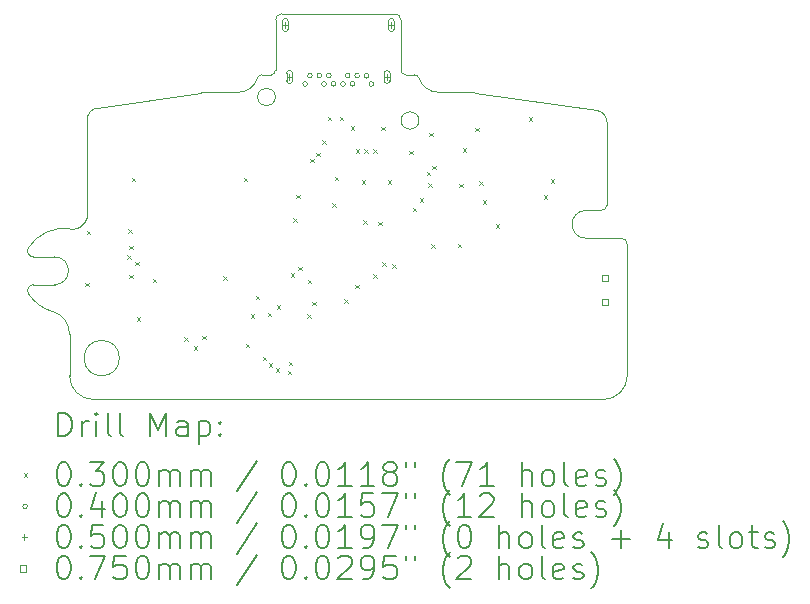
<source format=gbr>
%TF.GenerationSoftware,KiCad,Pcbnew,8.0.2*%
%TF.CreationDate,2025-05-18T14:56:43-07:00*%
%TF.ProjectId,PGS_USBW_Board,5047535f-5553-4425-975f-426f6172642e,rev?*%
%TF.SameCoordinates,Original*%
%TF.FileFunction,Drillmap*%
%TF.FilePolarity,Positive*%
%FSLAX45Y45*%
G04 Gerber Fmt 4.5, Leading zero omitted, Abs format (unit mm)*
G04 Created by KiCad (PCBNEW 8.0.2) date 2025-05-18 14:56:43*
%MOMM*%
%LPD*%
G01*
G04 APERTURE LIST*
%ADD10C,0.010000*%
%ADD11C,0.200000*%
%ADD12C,0.100000*%
G04 APERTURE END LIST*
D10*
X7352699Y-2272569D02*
G75*
G02*
X7390803Y-2300395I1J-40001D01*
G01*
X8805508Y-3657500D02*
G75*
G02*
X8805508Y-3422500I2J117500D01*
G01*
X7187500Y-1757134D02*
X6227500Y-1757134D01*
X9104000Y-3657500D02*
G75*
G02*
X9154000Y-3707500I0J-50000D01*
G01*
X6177500Y-1807134D02*
X6177500Y-2232577D01*
X4432500Y-4469790D02*
X4432500Y-4822134D01*
X4126530Y-3814980D02*
X4305784Y-3814980D01*
X4578344Y-3477209D02*
X4578598Y-3476196D01*
X4578845Y-3475183D01*
X4579084Y-3474167D01*
X4579315Y-3473150D01*
X4579537Y-3472131D01*
X4579752Y-3471111D01*
X4579959Y-3470089D01*
X4580157Y-3469066D01*
X4580348Y-3468041D01*
X4580531Y-3467015D01*
X4580705Y-3465988D01*
X4580872Y-3464959D01*
X4581030Y-3463930D01*
X4581180Y-3462899D01*
X4581323Y-3461867D01*
X4581457Y-3460834D01*
X4581583Y-3459800D01*
X4581701Y-3458765D01*
X4581811Y-3457729D01*
X4581913Y-3456692D01*
X4582006Y-3455654D01*
X4582092Y-3454616D01*
X4582169Y-3453576D01*
X4582239Y-3452537D01*
X4582300Y-3451496D01*
X4582353Y-3450455D01*
X4582398Y-3449413D01*
X4582435Y-3448371D01*
X4582463Y-3447328D01*
X4582484Y-3446285D01*
X4582496Y-3445242D01*
X4582500Y-3444198D01*
X7352699Y-2272569D02*
X7277500Y-2272569D01*
X8896739Y-2575232D02*
X7867914Y-2427228D01*
X9154000Y-4822134D02*
X9154000Y-4092916D01*
X8982500Y-3372500D02*
X8982500Y-2674213D01*
X8982500Y-3372500D02*
G75*
G02*
X8932500Y-3422500I-50000J0D01*
G01*
X4126530Y-3814980D02*
G75*
G02*
X4084504Y-3737892I0J50000D01*
G01*
X6024198Y-2300395D02*
G75*
G02*
X5857500Y-2422131I-166698J53265D01*
G01*
X5547085Y-2427229D02*
X4667948Y-2553698D01*
X4084501Y-4127069D02*
G75*
G02*
X4126530Y-4049978I42029J27089D01*
G01*
X6024198Y-2300395D02*
G75*
G02*
X6062308Y-2272567I38112J-12185D01*
G01*
X5857500Y-2422134D02*
X5618280Y-2422134D01*
X4854953Y-4672134D02*
G75*
G02*
X4554953Y-4672134I-150000J0D01*
G01*
X4554953Y-4672134D02*
G75*
G02*
X4854953Y-4672134I150000J0D01*
G01*
X4305784Y-4282480D02*
G75*
G02*
X4084498Y-4127071I80597J350010D01*
G01*
X4305784Y-3814980D02*
G75*
G02*
X4305784Y-4049980I0J-117500D01*
G01*
X4432308Y-3576268D02*
X4433942Y-3576469D01*
X4435578Y-3576649D01*
X4437215Y-3576809D01*
X4438853Y-3576948D01*
X4440491Y-3577068D01*
X4442131Y-3577167D01*
X4443770Y-3577245D01*
X4445411Y-3577304D01*
X4447051Y-3577342D01*
X4448691Y-3577360D01*
X4450331Y-3577358D01*
X4451970Y-3577336D01*
X4453609Y-3577293D01*
X4455247Y-3577230D01*
X4456884Y-3577148D01*
X4458520Y-3577045D01*
X4460154Y-3576922D01*
X4461787Y-3576778D01*
X4463418Y-3576615D01*
X4465047Y-3576432D01*
X4466674Y-3576228D01*
X4468298Y-3576005D01*
X4469920Y-3575761D01*
X4471540Y-3575498D01*
X4473156Y-3575214D01*
X4474769Y-3574910D01*
X4476380Y-3574587D01*
X4477986Y-3574243D01*
X4479589Y-3573880D01*
X4481188Y-3573496D01*
X4482784Y-3573093D01*
X4484375Y-3572669D01*
X6177500Y-1807134D02*
G75*
G02*
X6227500Y-1757130I50000J4D01*
G01*
X8896739Y-2575232D02*
G75*
G02*
X8982497Y-2674213I-14239J-98978D01*
G01*
X6174840Y-2461437D02*
G75*
G02*
X6024840Y-2461437I-75000J0D01*
G01*
X6024840Y-2461437D02*
G75*
G02*
X6174840Y-2461437I75000J0D01*
G01*
X6137500Y-2272569D02*
X6062308Y-2272569D01*
X4084501Y-3737890D02*
G75*
G02*
X4432308Y-3576268I301884J-194599D01*
G01*
X4582500Y-2652634D02*
G75*
G02*
X4667947Y-2553695I100000J4D01*
G01*
X7557500Y-2422134D02*
G75*
G02*
X7390799Y-2300396I0J175004D01*
G01*
X7796721Y-2422134D02*
X7557500Y-2422134D01*
X4582500Y-2652634D02*
X4582500Y-3444198D01*
X9104000Y-3657500D02*
X8805508Y-3657500D01*
X7796721Y-2422134D02*
G75*
G02*
X7867914Y-2427229I-1J-499976D01*
G01*
X4531206Y-3549222D02*
X4532473Y-3548222D01*
X4533727Y-3547207D01*
X4534968Y-3546178D01*
X4536196Y-3545134D01*
X4537410Y-3544076D01*
X4538612Y-3543003D01*
X4539799Y-3541917D01*
X4540974Y-3540817D01*
X4542134Y-3539703D01*
X4543281Y-3538575D01*
X4544413Y-3537434D01*
X4545532Y-3536279D01*
X4546636Y-3535111D01*
X4547727Y-3533930D01*
X4548802Y-3532737D01*
X4549864Y-3531530D01*
X4550910Y-3530310D01*
X4551942Y-3529078D01*
X4552959Y-3527833D01*
X4553961Y-3526577D01*
X4554948Y-3525308D01*
X4555920Y-3524026D01*
X4556876Y-3522733D01*
X4557817Y-3521429D01*
X4558742Y-3520112D01*
X4559652Y-3518784D01*
X4560546Y-3517445D01*
X4561423Y-3516094D01*
X4562285Y-3514732D01*
X4563131Y-3513360D01*
X4563961Y-3511976D01*
X4564774Y-3510582D01*
X4484375Y-3572669D02*
X4485966Y-3572225D01*
X4487551Y-3571761D01*
X4489129Y-3571277D01*
X4490700Y-3570775D01*
X4492264Y-3570253D01*
X4493821Y-3569712D01*
X4495370Y-3569152D01*
X4496912Y-3568573D01*
X4498446Y-3567975D01*
X4499973Y-3567359D01*
X4501491Y-3566723D01*
X4503001Y-3566070D01*
X4504502Y-3565397D01*
X4505995Y-3564707D01*
X4507479Y-3563998D01*
X4508954Y-3563270D01*
X4510420Y-3562525D01*
X4511877Y-3561762D01*
X4513325Y-3560980D01*
X4514763Y-3560181D01*
X4516191Y-3559363D01*
X4517609Y-3558528D01*
X4519017Y-3557676D01*
X4520414Y-3556806D01*
X4521802Y-3555918D01*
X4523178Y-3555013D01*
X4524544Y-3554090D01*
X4525899Y-3553151D01*
X4527243Y-3552194D01*
X4528575Y-3551220D01*
X4529896Y-3550229D01*
X4531206Y-3549222D01*
X4632500Y-5022134D02*
G75*
G02*
X4432496Y-4822134I0J200004D01*
G01*
X4564774Y-3510582D02*
X4565333Y-3509599D01*
X4565884Y-3508612D01*
X4566427Y-3507620D01*
X4566961Y-3506625D01*
X4567486Y-3505624D01*
X4568003Y-3504620D01*
X4568511Y-3503611D01*
X4569011Y-3502599D01*
X4569501Y-3501582D01*
X4569984Y-3500561D01*
X4570457Y-3499537D01*
X4570922Y-3498508D01*
X4571378Y-3497476D01*
X4571825Y-3496440D01*
X4572263Y-3495400D01*
X4572692Y-3494356D01*
X4573113Y-3493309D01*
X4573525Y-3492258D01*
X4573928Y-3491204D01*
X4574321Y-3490147D01*
X4574706Y-3489086D01*
X4575082Y-3488021D01*
X4575449Y-3486954D01*
X4575807Y-3485883D01*
X4576156Y-3484809D01*
X4576496Y-3483732D01*
X4576827Y-3482652D01*
X4577149Y-3481569D01*
X4577461Y-3480483D01*
X4577764Y-3479394D01*
X4578059Y-3478303D01*
X4578344Y-3477209D01*
X6177500Y-2232577D02*
G75*
G02*
X6137500Y-2272570I-39990J-3D01*
G01*
X4632500Y-5022134D02*
X8954000Y-5022134D01*
X9154000Y-4092916D02*
X9154000Y-3707500D01*
X5547085Y-2427229D02*
G75*
G02*
X5618280Y-2422134I71195J-494891D01*
G01*
X7390160Y-2660582D02*
G75*
G02*
X7240160Y-2660582I-75000J0D01*
G01*
X7240160Y-2660582D02*
G75*
G02*
X7390160Y-2660582I75000J0D01*
G01*
X7187500Y-1757134D02*
G75*
G02*
X7237496Y-1807134I0J-49996D01*
G01*
X7237500Y-2232569D02*
X7237500Y-1807134D01*
X9154000Y-4822134D02*
G75*
G02*
X8954000Y-5022130I-200000J4D01*
G01*
X4305784Y-4282480D02*
G75*
G02*
X4432503Y-4469790I-73304J-186110D01*
G01*
X8805508Y-3422500D02*
X8932500Y-3422500D01*
X4305784Y-4049980D02*
X4126530Y-4049980D01*
X7277500Y-2272569D02*
G75*
G02*
X7237501Y-2232569I0J39999D01*
G01*
D11*
D12*
X4563000Y-4036000D02*
X4593000Y-4066000D01*
X4593000Y-4036000D02*
X4563000Y-4066000D01*
X4578000Y-3594000D02*
X4608000Y-3624000D01*
X4608000Y-3594000D02*
X4578000Y-3624000D01*
X4922500Y-3802500D02*
X4952500Y-3832500D01*
X4952500Y-3802500D02*
X4922500Y-3832500D01*
X4929000Y-3580000D02*
X4959000Y-3610000D01*
X4959000Y-3580000D02*
X4929000Y-3610000D01*
X4936000Y-3967000D02*
X4966000Y-3997000D01*
X4966000Y-3967000D02*
X4936000Y-3997000D01*
X4937500Y-3722500D02*
X4967500Y-3752500D01*
X4967500Y-3722500D02*
X4937500Y-3752500D01*
X4959000Y-3145000D02*
X4989000Y-3175000D01*
X4989000Y-3145000D02*
X4959000Y-3175000D01*
X4990000Y-3857500D02*
X5020000Y-3887500D01*
X5020000Y-3857500D02*
X4990000Y-3887500D01*
X5000000Y-4327500D02*
X5030000Y-4357500D01*
X5030000Y-4327500D02*
X5000000Y-4357500D01*
X5135000Y-4000000D02*
X5165000Y-4030000D01*
X5165000Y-4000000D02*
X5135000Y-4030000D01*
X5404000Y-4494000D02*
X5434000Y-4524000D01*
X5434000Y-4494000D02*
X5404000Y-4524000D01*
X5484000Y-4573000D02*
X5514000Y-4603000D01*
X5514000Y-4573000D02*
X5484000Y-4603000D01*
X5556000Y-4484000D02*
X5586000Y-4514000D01*
X5586000Y-4484000D02*
X5556000Y-4514000D01*
X5735000Y-3980000D02*
X5765000Y-4010000D01*
X5765000Y-3980000D02*
X5735000Y-4010000D01*
X5907000Y-3146000D02*
X5937000Y-3176000D01*
X5937000Y-3146000D02*
X5907000Y-3176000D01*
X5925000Y-4550000D02*
X5955000Y-4580000D01*
X5955000Y-4550000D02*
X5925000Y-4580000D01*
X5967500Y-4300000D02*
X5997500Y-4330000D01*
X5997500Y-4300000D02*
X5967500Y-4330000D01*
X6010000Y-4142500D02*
X6040000Y-4172500D01*
X6040000Y-4142500D02*
X6010000Y-4172500D01*
X6067500Y-4660000D02*
X6097500Y-4690000D01*
X6097500Y-4660000D02*
X6067500Y-4690000D01*
X6109000Y-4288000D02*
X6139000Y-4318000D01*
X6139000Y-4288000D02*
X6109000Y-4318000D01*
X6117500Y-4715000D02*
X6147500Y-4745000D01*
X6147500Y-4715000D02*
X6117500Y-4745000D01*
X6180000Y-4757500D02*
X6210000Y-4787500D01*
X6210000Y-4757500D02*
X6180000Y-4787500D01*
X6185000Y-4225000D02*
X6215000Y-4255000D01*
X6215000Y-4225000D02*
X6185000Y-4255000D01*
X6280000Y-4777500D02*
X6310000Y-4807500D01*
X6310000Y-4777500D02*
X6280000Y-4807500D01*
X6287500Y-4702500D02*
X6317500Y-4732500D01*
X6317500Y-4702500D02*
X6287500Y-4732500D01*
X6305000Y-3952500D02*
X6335000Y-3982500D01*
X6335000Y-3952500D02*
X6305000Y-3982500D01*
X6325000Y-3487500D02*
X6355000Y-3517500D01*
X6355000Y-3487500D02*
X6325000Y-3517500D01*
X6350000Y-3287500D02*
X6380000Y-3317500D01*
X6380000Y-3287500D02*
X6350000Y-3317500D01*
X6370000Y-3900000D02*
X6400000Y-3930000D01*
X6400000Y-3900000D02*
X6370000Y-3930000D01*
X6445000Y-4300000D02*
X6475000Y-4330000D01*
X6475000Y-4300000D02*
X6445000Y-4330000D01*
X6447500Y-4007500D02*
X6477500Y-4037500D01*
X6477500Y-4007500D02*
X6447500Y-4037500D01*
X6470000Y-2985000D02*
X6500000Y-3015000D01*
X6500000Y-2985000D02*
X6470000Y-3015000D01*
X6485000Y-4195000D02*
X6515000Y-4225000D01*
X6515000Y-4195000D02*
X6485000Y-4225000D01*
X6522239Y-2934759D02*
X6552239Y-2964759D01*
X6552239Y-2934759D02*
X6522239Y-2964759D01*
X6570890Y-2829746D02*
X6600890Y-2859746D01*
X6600890Y-2829746D02*
X6570890Y-2859746D01*
X6620000Y-2630000D02*
X6650000Y-2660000D01*
X6650000Y-2630000D02*
X6620000Y-2660000D01*
X6657500Y-3360000D02*
X6687500Y-3390000D01*
X6687500Y-3360000D02*
X6657500Y-3390000D01*
X6678170Y-3138193D02*
X6708170Y-3168193D01*
X6708170Y-3138193D02*
X6678170Y-3168193D01*
X6720000Y-2630000D02*
X6750000Y-2660000D01*
X6750000Y-2630000D02*
X6720000Y-2660000D01*
X6758000Y-4173000D02*
X6788000Y-4203000D01*
X6788000Y-4173000D02*
X6758000Y-4203000D01*
X6815000Y-2710000D02*
X6845000Y-2740000D01*
X6845000Y-2710000D02*
X6815000Y-2740000D01*
X6852500Y-4052500D02*
X6882500Y-4082500D01*
X6882500Y-4052500D02*
X6852500Y-4082500D01*
X6853840Y-2904351D02*
X6883840Y-2934351D01*
X6883840Y-2904351D02*
X6853840Y-2934351D01*
X6905000Y-3167500D02*
X6935000Y-3197500D01*
X6935000Y-3167500D02*
X6905000Y-3197500D01*
X6917235Y-3503361D02*
X6947235Y-3533361D01*
X6947235Y-3503361D02*
X6917235Y-3533361D01*
X6928840Y-2904351D02*
X6958840Y-2934351D01*
X6958840Y-2904351D02*
X6928840Y-2934351D01*
X7003840Y-2904351D02*
X7033840Y-2934351D01*
X7033840Y-2904351D02*
X7003840Y-2934351D01*
X7005000Y-3962500D02*
X7035000Y-3992500D01*
X7035000Y-3962500D02*
X7005000Y-3992500D01*
X7048000Y-3516000D02*
X7078000Y-3546000D01*
X7078000Y-3516000D02*
X7048000Y-3546000D01*
X7072873Y-2711507D02*
X7102873Y-2741507D01*
X7102873Y-2711507D02*
X7072873Y-2741507D01*
X7080000Y-3862500D02*
X7110000Y-3892500D01*
X7110000Y-3862500D02*
X7080000Y-3892500D01*
X7127500Y-3167500D02*
X7157500Y-3197500D01*
X7157500Y-3167500D02*
X7127500Y-3197500D01*
X7162500Y-3877500D02*
X7192500Y-3907500D01*
X7192500Y-3877500D02*
X7162500Y-3907500D01*
X7307684Y-2917619D02*
X7337684Y-2947619D01*
X7337684Y-2917619D02*
X7307684Y-2947619D01*
X7338000Y-3399000D02*
X7368000Y-3429000D01*
X7368000Y-3399000D02*
X7338000Y-3429000D01*
X7398527Y-3316945D02*
X7428527Y-3346945D01*
X7428527Y-3316945D02*
X7398527Y-3346945D01*
X7455000Y-3095000D02*
X7485000Y-3125000D01*
X7485000Y-3095000D02*
X7455000Y-3125000D01*
X7470000Y-3190000D02*
X7500000Y-3220000D01*
X7500000Y-3190000D02*
X7470000Y-3220000D01*
X7477000Y-2763000D02*
X7507000Y-2793000D01*
X7507000Y-2763000D02*
X7477000Y-2793000D01*
X7492500Y-3710000D02*
X7522500Y-3740000D01*
X7522500Y-3710000D02*
X7492500Y-3740000D01*
X7505000Y-3042500D02*
X7535000Y-3072500D01*
X7535000Y-3042500D02*
X7505000Y-3072500D01*
X7718254Y-3703277D02*
X7748254Y-3733277D01*
X7748254Y-3703277D02*
X7718254Y-3733277D01*
X7730000Y-3197500D02*
X7760000Y-3227500D01*
X7760000Y-3197500D02*
X7730000Y-3227500D01*
X7760000Y-2897500D02*
X7790000Y-2927500D01*
X7790000Y-2897500D02*
X7760000Y-2927500D01*
X7865000Y-2720000D02*
X7895000Y-2750000D01*
X7895000Y-2720000D02*
X7865000Y-2750000D01*
X7902500Y-3172500D02*
X7932500Y-3202500D01*
X7932500Y-3172500D02*
X7902500Y-3202500D01*
X7930000Y-3337000D02*
X7960000Y-3367000D01*
X7960000Y-3337000D02*
X7930000Y-3367000D01*
X8040000Y-3537500D02*
X8070000Y-3567500D01*
X8070000Y-3537500D02*
X8040000Y-3567500D01*
X8320000Y-2635000D02*
X8350000Y-2665000D01*
X8350000Y-2635000D02*
X8320000Y-2665000D01*
X8447000Y-3294000D02*
X8477000Y-3324000D01*
X8477000Y-3294000D02*
X8447000Y-3324000D01*
X8505000Y-3158000D02*
X8535000Y-3188000D01*
X8535000Y-3158000D02*
X8505000Y-3188000D01*
X6447500Y-2351112D02*
G75*
G02*
X6407500Y-2351112I-20000J0D01*
G01*
X6407500Y-2351112D02*
G75*
G02*
X6447500Y-2351112I20000J0D01*
G01*
X6487500Y-2281112D02*
G75*
G02*
X6447500Y-2281112I-20000J0D01*
G01*
X6447500Y-2281112D02*
G75*
G02*
X6487500Y-2281112I20000J0D01*
G01*
X6567500Y-2281112D02*
G75*
G02*
X6527500Y-2281112I-20000J0D01*
G01*
X6527500Y-2281112D02*
G75*
G02*
X6567500Y-2281112I20000J0D01*
G01*
X6607500Y-2351112D02*
G75*
G02*
X6567500Y-2351112I-20000J0D01*
G01*
X6567500Y-2351112D02*
G75*
G02*
X6607500Y-2351112I20000J0D01*
G01*
X6647500Y-2281112D02*
G75*
G02*
X6607500Y-2281112I-20000J0D01*
G01*
X6607500Y-2281112D02*
G75*
G02*
X6647500Y-2281112I20000J0D01*
G01*
X6687500Y-2351112D02*
G75*
G02*
X6647500Y-2351112I-20000J0D01*
G01*
X6647500Y-2351112D02*
G75*
G02*
X6687500Y-2351112I20000J0D01*
G01*
X6767500Y-2351112D02*
G75*
G02*
X6727500Y-2351112I-20000J0D01*
G01*
X6727500Y-2351112D02*
G75*
G02*
X6767500Y-2351112I20000J0D01*
G01*
X6807500Y-2281112D02*
G75*
G02*
X6767500Y-2281112I-20000J0D01*
G01*
X6767500Y-2281112D02*
G75*
G02*
X6807500Y-2281112I20000J0D01*
G01*
X6847500Y-2351112D02*
G75*
G02*
X6807500Y-2351112I-20000J0D01*
G01*
X6807500Y-2351112D02*
G75*
G02*
X6847500Y-2351112I20000J0D01*
G01*
X6887500Y-2281112D02*
G75*
G02*
X6847500Y-2281112I-20000J0D01*
G01*
X6847500Y-2281112D02*
G75*
G02*
X6887500Y-2281112I20000J0D01*
G01*
X6967500Y-2281112D02*
G75*
G02*
X6927500Y-2281112I-20000J0D01*
G01*
X6927500Y-2281112D02*
G75*
G02*
X6967500Y-2281112I20000J0D01*
G01*
X7007500Y-2351112D02*
G75*
G02*
X6967500Y-2351112I-20000J0D01*
G01*
X6967500Y-2351112D02*
G75*
G02*
X7007500Y-2351112I20000J0D01*
G01*
X6258500Y-1827112D02*
X6258500Y-1877112D01*
X6233500Y-1852112D02*
X6283500Y-1852112D01*
X6283500Y-1882112D02*
X6283500Y-1822112D01*
X6233500Y-1822112D02*
G75*
G02*
X6283500Y-1822112I25000J0D01*
G01*
X6233500Y-1822112D02*
X6233500Y-1882112D01*
X6233500Y-1882112D02*
G75*
G03*
X6283500Y-1882112I25000J0D01*
G01*
X6294500Y-2267112D02*
X6294500Y-2317112D01*
X6269500Y-2292112D02*
X6319500Y-2292112D01*
X6319500Y-2322112D02*
X6319500Y-2262112D01*
X6269500Y-2262112D02*
G75*
G02*
X6319500Y-2262112I25000J0D01*
G01*
X6269500Y-2262112D02*
X6269500Y-2322112D01*
X6269500Y-2322112D02*
G75*
G03*
X6319500Y-2322112I25000J0D01*
G01*
X7120500Y-2267112D02*
X7120500Y-2317112D01*
X7095500Y-2292112D02*
X7145500Y-2292112D01*
X7145500Y-2322112D02*
X7145500Y-2262112D01*
X7095500Y-2262112D02*
G75*
G02*
X7145500Y-2262112I25000J0D01*
G01*
X7095500Y-2262112D02*
X7095500Y-2322112D01*
X7095500Y-2322112D02*
G75*
G03*
X7145500Y-2322112I25000J0D01*
G01*
X7156500Y-1827112D02*
X7156500Y-1877112D01*
X7131500Y-1852112D02*
X7181500Y-1852112D01*
X7181500Y-1882112D02*
X7181500Y-1822112D01*
X7131500Y-1822112D02*
G75*
G02*
X7181500Y-1822112I25000J0D01*
G01*
X7131500Y-1822112D02*
X7131500Y-1882112D01*
X7131500Y-1882112D02*
G75*
G03*
X7181500Y-1882112I25000J0D01*
G01*
X8993517Y-4021517D02*
X8993517Y-3968483D01*
X8940483Y-3968483D01*
X8940483Y-4021517D01*
X8993517Y-4021517D01*
X8993517Y-4221517D02*
X8993517Y-4168483D01*
X8940483Y-4168483D01*
X8940483Y-4221517D01*
X8993517Y-4221517D01*
D11*
X4336805Y-5334118D02*
X4336805Y-5134118D01*
X4336805Y-5134118D02*
X4384424Y-5134118D01*
X4384424Y-5134118D02*
X4412995Y-5143641D01*
X4412995Y-5143641D02*
X4432043Y-5162689D01*
X4432043Y-5162689D02*
X4441567Y-5181737D01*
X4441567Y-5181737D02*
X4451090Y-5219832D01*
X4451090Y-5219832D02*
X4451090Y-5248403D01*
X4451090Y-5248403D02*
X4441567Y-5286498D01*
X4441567Y-5286498D02*
X4432043Y-5305546D01*
X4432043Y-5305546D02*
X4412995Y-5324594D01*
X4412995Y-5324594D02*
X4384424Y-5334118D01*
X4384424Y-5334118D02*
X4336805Y-5334118D01*
X4536805Y-5334118D02*
X4536805Y-5200784D01*
X4536805Y-5238879D02*
X4546328Y-5219832D01*
X4546328Y-5219832D02*
X4555852Y-5210308D01*
X4555852Y-5210308D02*
X4574900Y-5200784D01*
X4574900Y-5200784D02*
X4593948Y-5200784D01*
X4660614Y-5334118D02*
X4660614Y-5200784D01*
X4660614Y-5134118D02*
X4651090Y-5143641D01*
X4651090Y-5143641D02*
X4660614Y-5153165D01*
X4660614Y-5153165D02*
X4670138Y-5143641D01*
X4670138Y-5143641D02*
X4660614Y-5134118D01*
X4660614Y-5134118D02*
X4660614Y-5153165D01*
X4784424Y-5334118D02*
X4765376Y-5324594D01*
X4765376Y-5324594D02*
X4755852Y-5305546D01*
X4755852Y-5305546D02*
X4755852Y-5134118D01*
X4889186Y-5334118D02*
X4870138Y-5324594D01*
X4870138Y-5324594D02*
X4860614Y-5305546D01*
X4860614Y-5305546D02*
X4860614Y-5134118D01*
X5117757Y-5334118D02*
X5117757Y-5134118D01*
X5117757Y-5134118D02*
X5184424Y-5276975D01*
X5184424Y-5276975D02*
X5251090Y-5134118D01*
X5251090Y-5134118D02*
X5251090Y-5334118D01*
X5432043Y-5334118D02*
X5432043Y-5229356D01*
X5432043Y-5229356D02*
X5422519Y-5210308D01*
X5422519Y-5210308D02*
X5403471Y-5200784D01*
X5403471Y-5200784D02*
X5365376Y-5200784D01*
X5365376Y-5200784D02*
X5346328Y-5210308D01*
X5432043Y-5324594D02*
X5412995Y-5334118D01*
X5412995Y-5334118D02*
X5365376Y-5334118D01*
X5365376Y-5334118D02*
X5346328Y-5324594D01*
X5346328Y-5324594D02*
X5336805Y-5305546D01*
X5336805Y-5305546D02*
X5336805Y-5286498D01*
X5336805Y-5286498D02*
X5346328Y-5267451D01*
X5346328Y-5267451D02*
X5365376Y-5257927D01*
X5365376Y-5257927D02*
X5412995Y-5257927D01*
X5412995Y-5257927D02*
X5432043Y-5248403D01*
X5527281Y-5200784D02*
X5527281Y-5400784D01*
X5527281Y-5210308D02*
X5546328Y-5200784D01*
X5546328Y-5200784D02*
X5584424Y-5200784D01*
X5584424Y-5200784D02*
X5603471Y-5210308D01*
X5603471Y-5210308D02*
X5612995Y-5219832D01*
X5612995Y-5219832D02*
X5622519Y-5238879D01*
X5622519Y-5238879D02*
X5622519Y-5296022D01*
X5622519Y-5296022D02*
X5612995Y-5315070D01*
X5612995Y-5315070D02*
X5603471Y-5324594D01*
X5603471Y-5324594D02*
X5584424Y-5334118D01*
X5584424Y-5334118D02*
X5546328Y-5334118D01*
X5546328Y-5334118D02*
X5527281Y-5324594D01*
X5708233Y-5315070D02*
X5717757Y-5324594D01*
X5717757Y-5324594D02*
X5708233Y-5334118D01*
X5708233Y-5334118D02*
X5698709Y-5324594D01*
X5698709Y-5324594D02*
X5708233Y-5315070D01*
X5708233Y-5315070D02*
X5708233Y-5334118D01*
X5708233Y-5210308D02*
X5717757Y-5219832D01*
X5717757Y-5219832D02*
X5708233Y-5229356D01*
X5708233Y-5229356D02*
X5698709Y-5219832D01*
X5698709Y-5219832D02*
X5708233Y-5210308D01*
X5708233Y-5210308D02*
X5708233Y-5229356D01*
D12*
X4046028Y-5647634D02*
X4076028Y-5677634D01*
X4076028Y-5647634D02*
X4046028Y-5677634D01*
D11*
X4374900Y-5554118D02*
X4393948Y-5554118D01*
X4393948Y-5554118D02*
X4412995Y-5563641D01*
X4412995Y-5563641D02*
X4422519Y-5573165D01*
X4422519Y-5573165D02*
X4432043Y-5592213D01*
X4432043Y-5592213D02*
X4441567Y-5630308D01*
X4441567Y-5630308D02*
X4441567Y-5677927D01*
X4441567Y-5677927D02*
X4432043Y-5716022D01*
X4432043Y-5716022D02*
X4422519Y-5735070D01*
X4422519Y-5735070D02*
X4412995Y-5744594D01*
X4412995Y-5744594D02*
X4393948Y-5754117D01*
X4393948Y-5754117D02*
X4374900Y-5754117D01*
X4374900Y-5754117D02*
X4355852Y-5744594D01*
X4355852Y-5744594D02*
X4346328Y-5735070D01*
X4346328Y-5735070D02*
X4336805Y-5716022D01*
X4336805Y-5716022D02*
X4327281Y-5677927D01*
X4327281Y-5677927D02*
X4327281Y-5630308D01*
X4327281Y-5630308D02*
X4336805Y-5592213D01*
X4336805Y-5592213D02*
X4346328Y-5573165D01*
X4346328Y-5573165D02*
X4355852Y-5563641D01*
X4355852Y-5563641D02*
X4374900Y-5554118D01*
X4527281Y-5735070D02*
X4536805Y-5744594D01*
X4536805Y-5744594D02*
X4527281Y-5754117D01*
X4527281Y-5754117D02*
X4517757Y-5744594D01*
X4517757Y-5744594D02*
X4527281Y-5735070D01*
X4527281Y-5735070D02*
X4527281Y-5754117D01*
X4603471Y-5554118D02*
X4727281Y-5554118D01*
X4727281Y-5554118D02*
X4660614Y-5630308D01*
X4660614Y-5630308D02*
X4689186Y-5630308D01*
X4689186Y-5630308D02*
X4708233Y-5639832D01*
X4708233Y-5639832D02*
X4717757Y-5649356D01*
X4717757Y-5649356D02*
X4727281Y-5668403D01*
X4727281Y-5668403D02*
X4727281Y-5716022D01*
X4727281Y-5716022D02*
X4717757Y-5735070D01*
X4717757Y-5735070D02*
X4708233Y-5744594D01*
X4708233Y-5744594D02*
X4689186Y-5754117D01*
X4689186Y-5754117D02*
X4632043Y-5754117D01*
X4632043Y-5754117D02*
X4612995Y-5744594D01*
X4612995Y-5744594D02*
X4603471Y-5735070D01*
X4851090Y-5554118D02*
X4870138Y-5554118D01*
X4870138Y-5554118D02*
X4889186Y-5563641D01*
X4889186Y-5563641D02*
X4898709Y-5573165D01*
X4898709Y-5573165D02*
X4908233Y-5592213D01*
X4908233Y-5592213D02*
X4917757Y-5630308D01*
X4917757Y-5630308D02*
X4917757Y-5677927D01*
X4917757Y-5677927D02*
X4908233Y-5716022D01*
X4908233Y-5716022D02*
X4898709Y-5735070D01*
X4898709Y-5735070D02*
X4889186Y-5744594D01*
X4889186Y-5744594D02*
X4870138Y-5754117D01*
X4870138Y-5754117D02*
X4851090Y-5754117D01*
X4851090Y-5754117D02*
X4832043Y-5744594D01*
X4832043Y-5744594D02*
X4822519Y-5735070D01*
X4822519Y-5735070D02*
X4812995Y-5716022D01*
X4812995Y-5716022D02*
X4803471Y-5677927D01*
X4803471Y-5677927D02*
X4803471Y-5630308D01*
X4803471Y-5630308D02*
X4812995Y-5592213D01*
X4812995Y-5592213D02*
X4822519Y-5573165D01*
X4822519Y-5573165D02*
X4832043Y-5563641D01*
X4832043Y-5563641D02*
X4851090Y-5554118D01*
X5041567Y-5554118D02*
X5060614Y-5554118D01*
X5060614Y-5554118D02*
X5079662Y-5563641D01*
X5079662Y-5563641D02*
X5089186Y-5573165D01*
X5089186Y-5573165D02*
X5098709Y-5592213D01*
X5098709Y-5592213D02*
X5108233Y-5630308D01*
X5108233Y-5630308D02*
X5108233Y-5677927D01*
X5108233Y-5677927D02*
X5098709Y-5716022D01*
X5098709Y-5716022D02*
X5089186Y-5735070D01*
X5089186Y-5735070D02*
X5079662Y-5744594D01*
X5079662Y-5744594D02*
X5060614Y-5754117D01*
X5060614Y-5754117D02*
X5041567Y-5754117D01*
X5041567Y-5754117D02*
X5022519Y-5744594D01*
X5022519Y-5744594D02*
X5012995Y-5735070D01*
X5012995Y-5735070D02*
X5003471Y-5716022D01*
X5003471Y-5716022D02*
X4993948Y-5677927D01*
X4993948Y-5677927D02*
X4993948Y-5630308D01*
X4993948Y-5630308D02*
X5003471Y-5592213D01*
X5003471Y-5592213D02*
X5012995Y-5573165D01*
X5012995Y-5573165D02*
X5022519Y-5563641D01*
X5022519Y-5563641D02*
X5041567Y-5554118D01*
X5193948Y-5754117D02*
X5193948Y-5620784D01*
X5193948Y-5639832D02*
X5203471Y-5630308D01*
X5203471Y-5630308D02*
X5222519Y-5620784D01*
X5222519Y-5620784D02*
X5251090Y-5620784D01*
X5251090Y-5620784D02*
X5270138Y-5630308D01*
X5270138Y-5630308D02*
X5279662Y-5649356D01*
X5279662Y-5649356D02*
X5279662Y-5754117D01*
X5279662Y-5649356D02*
X5289186Y-5630308D01*
X5289186Y-5630308D02*
X5308233Y-5620784D01*
X5308233Y-5620784D02*
X5336805Y-5620784D01*
X5336805Y-5620784D02*
X5355852Y-5630308D01*
X5355852Y-5630308D02*
X5365376Y-5649356D01*
X5365376Y-5649356D02*
X5365376Y-5754117D01*
X5460614Y-5754117D02*
X5460614Y-5620784D01*
X5460614Y-5639832D02*
X5470138Y-5630308D01*
X5470138Y-5630308D02*
X5489186Y-5620784D01*
X5489186Y-5620784D02*
X5517757Y-5620784D01*
X5517757Y-5620784D02*
X5536805Y-5630308D01*
X5536805Y-5630308D02*
X5546329Y-5649356D01*
X5546329Y-5649356D02*
X5546329Y-5754117D01*
X5546329Y-5649356D02*
X5555852Y-5630308D01*
X5555852Y-5630308D02*
X5574900Y-5620784D01*
X5574900Y-5620784D02*
X5603471Y-5620784D01*
X5603471Y-5620784D02*
X5622519Y-5630308D01*
X5622519Y-5630308D02*
X5632043Y-5649356D01*
X5632043Y-5649356D02*
X5632043Y-5754117D01*
X6022519Y-5544594D02*
X5851090Y-5801736D01*
X6279662Y-5554118D02*
X6298710Y-5554118D01*
X6298710Y-5554118D02*
X6317757Y-5563641D01*
X6317757Y-5563641D02*
X6327281Y-5573165D01*
X6327281Y-5573165D02*
X6336805Y-5592213D01*
X6336805Y-5592213D02*
X6346329Y-5630308D01*
X6346329Y-5630308D02*
X6346329Y-5677927D01*
X6346329Y-5677927D02*
X6336805Y-5716022D01*
X6336805Y-5716022D02*
X6327281Y-5735070D01*
X6327281Y-5735070D02*
X6317757Y-5744594D01*
X6317757Y-5744594D02*
X6298710Y-5754117D01*
X6298710Y-5754117D02*
X6279662Y-5754117D01*
X6279662Y-5754117D02*
X6260614Y-5744594D01*
X6260614Y-5744594D02*
X6251090Y-5735070D01*
X6251090Y-5735070D02*
X6241567Y-5716022D01*
X6241567Y-5716022D02*
X6232043Y-5677927D01*
X6232043Y-5677927D02*
X6232043Y-5630308D01*
X6232043Y-5630308D02*
X6241567Y-5592213D01*
X6241567Y-5592213D02*
X6251090Y-5573165D01*
X6251090Y-5573165D02*
X6260614Y-5563641D01*
X6260614Y-5563641D02*
X6279662Y-5554118D01*
X6432043Y-5735070D02*
X6441567Y-5744594D01*
X6441567Y-5744594D02*
X6432043Y-5754117D01*
X6432043Y-5754117D02*
X6422519Y-5744594D01*
X6422519Y-5744594D02*
X6432043Y-5735070D01*
X6432043Y-5735070D02*
X6432043Y-5754117D01*
X6565376Y-5554118D02*
X6584424Y-5554118D01*
X6584424Y-5554118D02*
X6603471Y-5563641D01*
X6603471Y-5563641D02*
X6612995Y-5573165D01*
X6612995Y-5573165D02*
X6622519Y-5592213D01*
X6622519Y-5592213D02*
X6632043Y-5630308D01*
X6632043Y-5630308D02*
X6632043Y-5677927D01*
X6632043Y-5677927D02*
X6622519Y-5716022D01*
X6622519Y-5716022D02*
X6612995Y-5735070D01*
X6612995Y-5735070D02*
X6603471Y-5744594D01*
X6603471Y-5744594D02*
X6584424Y-5754117D01*
X6584424Y-5754117D02*
X6565376Y-5754117D01*
X6565376Y-5754117D02*
X6546329Y-5744594D01*
X6546329Y-5744594D02*
X6536805Y-5735070D01*
X6536805Y-5735070D02*
X6527281Y-5716022D01*
X6527281Y-5716022D02*
X6517757Y-5677927D01*
X6517757Y-5677927D02*
X6517757Y-5630308D01*
X6517757Y-5630308D02*
X6527281Y-5592213D01*
X6527281Y-5592213D02*
X6536805Y-5573165D01*
X6536805Y-5573165D02*
X6546329Y-5563641D01*
X6546329Y-5563641D02*
X6565376Y-5554118D01*
X6822519Y-5754117D02*
X6708233Y-5754117D01*
X6765376Y-5754117D02*
X6765376Y-5554118D01*
X6765376Y-5554118D02*
X6746329Y-5582689D01*
X6746329Y-5582689D02*
X6727281Y-5601736D01*
X6727281Y-5601736D02*
X6708233Y-5611260D01*
X7012995Y-5754117D02*
X6898710Y-5754117D01*
X6955852Y-5754117D02*
X6955852Y-5554118D01*
X6955852Y-5554118D02*
X6936805Y-5582689D01*
X6936805Y-5582689D02*
X6917757Y-5601736D01*
X6917757Y-5601736D02*
X6898710Y-5611260D01*
X7127281Y-5639832D02*
X7108233Y-5630308D01*
X7108233Y-5630308D02*
X7098710Y-5620784D01*
X7098710Y-5620784D02*
X7089186Y-5601736D01*
X7089186Y-5601736D02*
X7089186Y-5592213D01*
X7089186Y-5592213D02*
X7098710Y-5573165D01*
X7098710Y-5573165D02*
X7108233Y-5563641D01*
X7108233Y-5563641D02*
X7127281Y-5554118D01*
X7127281Y-5554118D02*
X7165376Y-5554118D01*
X7165376Y-5554118D02*
X7184424Y-5563641D01*
X7184424Y-5563641D02*
X7193948Y-5573165D01*
X7193948Y-5573165D02*
X7203471Y-5592213D01*
X7203471Y-5592213D02*
X7203471Y-5601736D01*
X7203471Y-5601736D02*
X7193948Y-5620784D01*
X7193948Y-5620784D02*
X7184424Y-5630308D01*
X7184424Y-5630308D02*
X7165376Y-5639832D01*
X7165376Y-5639832D02*
X7127281Y-5639832D01*
X7127281Y-5639832D02*
X7108233Y-5649356D01*
X7108233Y-5649356D02*
X7098710Y-5658879D01*
X7098710Y-5658879D02*
X7089186Y-5677927D01*
X7089186Y-5677927D02*
X7089186Y-5716022D01*
X7089186Y-5716022D02*
X7098710Y-5735070D01*
X7098710Y-5735070D02*
X7108233Y-5744594D01*
X7108233Y-5744594D02*
X7127281Y-5754117D01*
X7127281Y-5754117D02*
X7165376Y-5754117D01*
X7165376Y-5754117D02*
X7184424Y-5744594D01*
X7184424Y-5744594D02*
X7193948Y-5735070D01*
X7193948Y-5735070D02*
X7203471Y-5716022D01*
X7203471Y-5716022D02*
X7203471Y-5677927D01*
X7203471Y-5677927D02*
X7193948Y-5658879D01*
X7193948Y-5658879D02*
X7184424Y-5649356D01*
X7184424Y-5649356D02*
X7165376Y-5639832D01*
X7279662Y-5554118D02*
X7279662Y-5592213D01*
X7355852Y-5554118D02*
X7355852Y-5592213D01*
X7651091Y-5830308D02*
X7641567Y-5820784D01*
X7641567Y-5820784D02*
X7622519Y-5792213D01*
X7622519Y-5792213D02*
X7612995Y-5773165D01*
X7612995Y-5773165D02*
X7603472Y-5744594D01*
X7603472Y-5744594D02*
X7593948Y-5696975D01*
X7593948Y-5696975D02*
X7593948Y-5658879D01*
X7593948Y-5658879D02*
X7603472Y-5611260D01*
X7603472Y-5611260D02*
X7612995Y-5582689D01*
X7612995Y-5582689D02*
X7622519Y-5563641D01*
X7622519Y-5563641D02*
X7641567Y-5535070D01*
X7641567Y-5535070D02*
X7651091Y-5525546D01*
X7708233Y-5554118D02*
X7841567Y-5554118D01*
X7841567Y-5554118D02*
X7755852Y-5754117D01*
X8022519Y-5754117D02*
X7908233Y-5754117D01*
X7965376Y-5754117D02*
X7965376Y-5554118D01*
X7965376Y-5554118D02*
X7946329Y-5582689D01*
X7946329Y-5582689D02*
X7927281Y-5601736D01*
X7927281Y-5601736D02*
X7908233Y-5611260D01*
X8260614Y-5754117D02*
X8260614Y-5554118D01*
X8346329Y-5754117D02*
X8346329Y-5649356D01*
X8346329Y-5649356D02*
X8336805Y-5630308D01*
X8336805Y-5630308D02*
X8317757Y-5620784D01*
X8317757Y-5620784D02*
X8289186Y-5620784D01*
X8289186Y-5620784D02*
X8270138Y-5630308D01*
X8270138Y-5630308D02*
X8260614Y-5639832D01*
X8470138Y-5754117D02*
X8451091Y-5744594D01*
X8451091Y-5744594D02*
X8441567Y-5735070D01*
X8441567Y-5735070D02*
X8432043Y-5716022D01*
X8432043Y-5716022D02*
X8432043Y-5658879D01*
X8432043Y-5658879D02*
X8441567Y-5639832D01*
X8441567Y-5639832D02*
X8451091Y-5630308D01*
X8451091Y-5630308D02*
X8470138Y-5620784D01*
X8470138Y-5620784D02*
X8498710Y-5620784D01*
X8498710Y-5620784D02*
X8517757Y-5630308D01*
X8517757Y-5630308D02*
X8527281Y-5639832D01*
X8527281Y-5639832D02*
X8536805Y-5658879D01*
X8536805Y-5658879D02*
X8536805Y-5716022D01*
X8536805Y-5716022D02*
X8527281Y-5735070D01*
X8527281Y-5735070D02*
X8517757Y-5744594D01*
X8517757Y-5744594D02*
X8498710Y-5754117D01*
X8498710Y-5754117D02*
X8470138Y-5754117D01*
X8651091Y-5754117D02*
X8632043Y-5744594D01*
X8632043Y-5744594D02*
X8622519Y-5725546D01*
X8622519Y-5725546D02*
X8622519Y-5554118D01*
X8803472Y-5744594D02*
X8784424Y-5754117D01*
X8784424Y-5754117D02*
X8746329Y-5754117D01*
X8746329Y-5754117D02*
X8727281Y-5744594D01*
X8727281Y-5744594D02*
X8717757Y-5725546D01*
X8717757Y-5725546D02*
X8717757Y-5649356D01*
X8717757Y-5649356D02*
X8727281Y-5630308D01*
X8727281Y-5630308D02*
X8746329Y-5620784D01*
X8746329Y-5620784D02*
X8784424Y-5620784D01*
X8784424Y-5620784D02*
X8803472Y-5630308D01*
X8803472Y-5630308D02*
X8812996Y-5649356D01*
X8812996Y-5649356D02*
X8812996Y-5668403D01*
X8812996Y-5668403D02*
X8717757Y-5687451D01*
X8889186Y-5744594D02*
X8908234Y-5754117D01*
X8908234Y-5754117D02*
X8946329Y-5754117D01*
X8946329Y-5754117D02*
X8965377Y-5744594D01*
X8965377Y-5744594D02*
X8974900Y-5725546D01*
X8974900Y-5725546D02*
X8974900Y-5716022D01*
X8974900Y-5716022D02*
X8965377Y-5696975D01*
X8965377Y-5696975D02*
X8946329Y-5687451D01*
X8946329Y-5687451D02*
X8917757Y-5687451D01*
X8917757Y-5687451D02*
X8898710Y-5677927D01*
X8898710Y-5677927D02*
X8889186Y-5658879D01*
X8889186Y-5658879D02*
X8889186Y-5649356D01*
X8889186Y-5649356D02*
X8898710Y-5630308D01*
X8898710Y-5630308D02*
X8917757Y-5620784D01*
X8917757Y-5620784D02*
X8946329Y-5620784D01*
X8946329Y-5620784D02*
X8965377Y-5630308D01*
X9041567Y-5830308D02*
X9051091Y-5820784D01*
X9051091Y-5820784D02*
X9070138Y-5792213D01*
X9070138Y-5792213D02*
X9079662Y-5773165D01*
X9079662Y-5773165D02*
X9089186Y-5744594D01*
X9089186Y-5744594D02*
X9098710Y-5696975D01*
X9098710Y-5696975D02*
X9098710Y-5658879D01*
X9098710Y-5658879D02*
X9089186Y-5611260D01*
X9089186Y-5611260D02*
X9079662Y-5582689D01*
X9079662Y-5582689D02*
X9070138Y-5563641D01*
X9070138Y-5563641D02*
X9051091Y-5535070D01*
X9051091Y-5535070D02*
X9041567Y-5525546D01*
D12*
X4076028Y-5926634D02*
G75*
G02*
X4036028Y-5926634I-20000J0D01*
G01*
X4036028Y-5926634D02*
G75*
G02*
X4076028Y-5926634I20000J0D01*
G01*
D11*
X4374900Y-5818117D02*
X4393948Y-5818117D01*
X4393948Y-5818117D02*
X4412995Y-5827641D01*
X4412995Y-5827641D02*
X4422519Y-5837165D01*
X4422519Y-5837165D02*
X4432043Y-5856213D01*
X4432043Y-5856213D02*
X4441567Y-5894308D01*
X4441567Y-5894308D02*
X4441567Y-5941927D01*
X4441567Y-5941927D02*
X4432043Y-5980022D01*
X4432043Y-5980022D02*
X4422519Y-5999070D01*
X4422519Y-5999070D02*
X4412995Y-6008594D01*
X4412995Y-6008594D02*
X4393948Y-6018117D01*
X4393948Y-6018117D02*
X4374900Y-6018117D01*
X4374900Y-6018117D02*
X4355852Y-6008594D01*
X4355852Y-6008594D02*
X4346328Y-5999070D01*
X4346328Y-5999070D02*
X4336805Y-5980022D01*
X4336805Y-5980022D02*
X4327281Y-5941927D01*
X4327281Y-5941927D02*
X4327281Y-5894308D01*
X4327281Y-5894308D02*
X4336805Y-5856213D01*
X4336805Y-5856213D02*
X4346328Y-5837165D01*
X4346328Y-5837165D02*
X4355852Y-5827641D01*
X4355852Y-5827641D02*
X4374900Y-5818117D01*
X4527281Y-5999070D02*
X4536805Y-6008594D01*
X4536805Y-6008594D02*
X4527281Y-6018117D01*
X4527281Y-6018117D02*
X4517757Y-6008594D01*
X4517757Y-6008594D02*
X4527281Y-5999070D01*
X4527281Y-5999070D02*
X4527281Y-6018117D01*
X4708233Y-5884784D02*
X4708233Y-6018117D01*
X4660614Y-5808594D02*
X4612995Y-5951451D01*
X4612995Y-5951451D02*
X4736805Y-5951451D01*
X4851090Y-5818117D02*
X4870138Y-5818117D01*
X4870138Y-5818117D02*
X4889186Y-5827641D01*
X4889186Y-5827641D02*
X4898709Y-5837165D01*
X4898709Y-5837165D02*
X4908233Y-5856213D01*
X4908233Y-5856213D02*
X4917757Y-5894308D01*
X4917757Y-5894308D02*
X4917757Y-5941927D01*
X4917757Y-5941927D02*
X4908233Y-5980022D01*
X4908233Y-5980022D02*
X4898709Y-5999070D01*
X4898709Y-5999070D02*
X4889186Y-6008594D01*
X4889186Y-6008594D02*
X4870138Y-6018117D01*
X4870138Y-6018117D02*
X4851090Y-6018117D01*
X4851090Y-6018117D02*
X4832043Y-6008594D01*
X4832043Y-6008594D02*
X4822519Y-5999070D01*
X4822519Y-5999070D02*
X4812995Y-5980022D01*
X4812995Y-5980022D02*
X4803471Y-5941927D01*
X4803471Y-5941927D02*
X4803471Y-5894308D01*
X4803471Y-5894308D02*
X4812995Y-5856213D01*
X4812995Y-5856213D02*
X4822519Y-5837165D01*
X4822519Y-5837165D02*
X4832043Y-5827641D01*
X4832043Y-5827641D02*
X4851090Y-5818117D01*
X5041567Y-5818117D02*
X5060614Y-5818117D01*
X5060614Y-5818117D02*
X5079662Y-5827641D01*
X5079662Y-5827641D02*
X5089186Y-5837165D01*
X5089186Y-5837165D02*
X5098709Y-5856213D01*
X5098709Y-5856213D02*
X5108233Y-5894308D01*
X5108233Y-5894308D02*
X5108233Y-5941927D01*
X5108233Y-5941927D02*
X5098709Y-5980022D01*
X5098709Y-5980022D02*
X5089186Y-5999070D01*
X5089186Y-5999070D02*
X5079662Y-6008594D01*
X5079662Y-6008594D02*
X5060614Y-6018117D01*
X5060614Y-6018117D02*
X5041567Y-6018117D01*
X5041567Y-6018117D02*
X5022519Y-6008594D01*
X5022519Y-6008594D02*
X5012995Y-5999070D01*
X5012995Y-5999070D02*
X5003471Y-5980022D01*
X5003471Y-5980022D02*
X4993948Y-5941927D01*
X4993948Y-5941927D02*
X4993948Y-5894308D01*
X4993948Y-5894308D02*
X5003471Y-5856213D01*
X5003471Y-5856213D02*
X5012995Y-5837165D01*
X5012995Y-5837165D02*
X5022519Y-5827641D01*
X5022519Y-5827641D02*
X5041567Y-5818117D01*
X5193948Y-6018117D02*
X5193948Y-5884784D01*
X5193948Y-5903832D02*
X5203471Y-5894308D01*
X5203471Y-5894308D02*
X5222519Y-5884784D01*
X5222519Y-5884784D02*
X5251090Y-5884784D01*
X5251090Y-5884784D02*
X5270138Y-5894308D01*
X5270138Y-5894308D02*
X5279662Y-5913356D01*
X5279662Y-5913356D02*
X5279662Y-6018117D01*
X5279662Y-5913356D02*
X5289186Y-5894308D01*
X5289186Y-5894308D02*
X5308233Y-5884784D01*
X5308233Y-5884784D02*
X5336805Y-5884784D01*
X5336805Y-5884784D02*
X5355852Y-5894308D01*
X5355852Y-5894308D02*
X5365376Y-5913356D01*
X5365376Y-5913356D02*
X5365376Y-6018117D01*
X5460614Y-6018117D02*
X5460614Y-5884784D01*
X5460614Y-5903832D02*
X5470138Y-5894308D01*
X5470138Y-5894308D02*
X5489186Y-5884784D01*
X5489186Y-5884784D02*
X5517757Y-5884784D01*
X5517757Y-5884784D02*
X5536805Y-5894308D01*
X5536805Y-5894308D02*
X5546329Y-5913356D01*
X5546329Y-5913356D02*
X5546329Y-6018117D01*
X5546329Y-5913356D02*
X5555852Y-5894308D01*
X5555852Y-5894308D02*
X5574900Y-5884784D01*
X5574900Y-5884784D02*
X5603471Y-5884784D01*
X5603471Y-5884784D02*
X5622519Y-5894308D01*
X5622519Y-5894308D02*
X5632043Y-5913356D01*
X5632043Y-5913356D02*
X5632043Y-6018117D01*
X6022519Y-5808594D02*
X5851090Y-6065736D01*
X6279662Y-5818117D02*
X6298710Y-5818117D01*
X6298710Y-5818117D02*
X6317757Y-5827641D01*
X6317757Y-5827641D02*
X6327281Y-5837165D01*
X6327281Y-5837165D02*
X6336805Y-5856213D01*
X6336805Y-5856213D02*
X6346329Y-5894308D01*
X6346329Y-5894308D02*
X6346329Y-5941927D01*
X6346329Y-5941927D02*
X6336805Y-5980022D01*
X6336805Y-5980022D02*
X6327281Y-5999070D01*
X6327281Y-5999070D02*
X6317757Y-6008594D01*
X6317757Y-6008594D02*
X6298710Y-6018117D01*
X6298710Y-6018117D02*
X6279662Y-6018117D01*
X6279662Y-6018117D02*
X6260614Y-6008594D01*
X6260614Y-6008594D02*
X6251090Y-5999070D01*
X6251090Y-5999070D02*
X6241567Y-5980022D01*
X6241567Y-5980022D02*
X6232043Y-5941927D01*
X6232043Y-5941927D02*
X6232043Y-5894308D01*
X6232043Y-5894308D02*
X6241567Y-5856213D01*
X6241567Y-5856213D02*
X6251090Y-5837165D01*
X6251090Y-5837165D02*
X6260614Y-5827641D01*
X6260614Y-5827641D02*
X6279662Y-5818117D01*
X6432043Y-5999070D02*
X6441567Y-6008594D01*
X6441567Y-6008594D02*
X6432043Y-6018117D01*
X6432043Y-6018117D02*
X6422519Y-6008594D01*
X6422519Y-6008594D02*
X6432043Y-5999070D01*
X6432043Y-5999070D02*
X6432043Y-6018117D01*
X6565376Y-5818117D02*
X6584424Y-5818117D01*
X6584424Y-5818117D02*
X6603471Y-5827641D01*
X6603471Y-5827641D02*
X6612995Y-5837165D01*
X6612995Y-5837165D02*
X6622519Y-5856213D01*
X6622519Y-5856213D02*
X6632043Y-5894308D01*
X6632043Y-5894308D02*
X6632043Y-5941927D01*
X6632043Y-5941927D02*
X6622519Y-5980022D01*
X6622519Y-5980022D02*
X6612995Y-5999070D01*
X6612995Y-5999070D02*
X6603471Y-6008594D01*
X6603471Y-6008594D02*
X6584424Y-6018117D01*
X6584424Y-6018117D02*
X6565376Y-6018117D01*
X6565376Y-6018117D02*
X6546329Y-6008594D01*
X6546329Y-6008594D02*
X6536805Y-5999070D01*
X6536805Y-5999070D02*
X6527281Y-5980022D01*
X6527281Y-5980022D02*
X6517757Y-5941927D01*
X6517757Y-5941927D02*
X6517757Y-5894308D01*
X6517757Y-5894308D02*
X6527281Y-5856213D01*
X6527281Y-5856213D02*
X6536805Y-5837165D01*
X6536805Y-5837165D02*
X6546329Y-5827641D01*
X6546329Y-5827641D02*
X6565376Y-5818117D01*
X6822519Y-6018117D02*
X6708233Y-6018117D01*
X6765376Y-6018117D02*
X6765376Y-5818117D01*
X6765376Y-5818117D02*
X6746329Y-5846689D01*
X6746329Y-5846689D02*
X6727281Y-5865736D01*
X6727281Y-5865736D02*
X6708233Y-5875260D01*
X7003471Y-5818117D02*
X6908233Y-5818117D01*
X6908233Y-5818117D02*
X6898710Y-5913356D01*
X6898710Y-5913356D02*
X6908233Y-5903832D01*
X6908233Y-5903832D02*
X6927281Y-5894308D01*
X6927281Y-5894308D02*
X6974900Y-5894308D01*
X6974900Y-5894308D02*
X6993948Y-5903832D01*
X6993948Y-5903832D02*
X7003471Y-5913356D01*
X7003471Y-5913356D02*
X7012995Y-5932403D01*
X7012995Y-5932403D02*
X7012995Y-5980022D01*
X7012995Y-5980022D02*
X7003471Y-5999070D01*
X7003471Y-5999070D02*
X6993948Y-6008594D01*
X6993948Y-6008594D02*
X6974900Y-6018117D01*
X6974900Y-6018117D02*
X6927281Y-6018117D01*
X6927281Y-6018117D02*
X6908233Y-6008594D01*
X6908233Y-6008594D02*
X6898710Y-5999070D01*
X7079662Y-5818117D02*
X7212995Y-5818117D01*
X7212995Y-5818117D02*
X7127281Y-6018117D01*
X7279662Y-5818117D02*
X7279662Y-5856213D01*
X7355852Y-5818117D02*
X7355852Y-5856213D01*
X7651091Y-6094308D02*
X7641567Y-6084784D01*
X7641567Y-6084784D02*
X7622519Y-6056213D01*
X7622519Y-6056213D02*
X7612995Y-6037165D01*
X7612995Y-6037165D02*
X7603472Y-6008594D01*
X7603472Y-6008594D02*
X7593948Y-5960975D01*
X7593948Y-5960975D02*
X7593948Y-5922879D01*
X7593948Y-5922879D02*
X7603472Y-5875260D01*
X7603472Y-5875260D02*
X7612995Y-5846689D01*
X7612995Y-5846689D02*
X7622519Y-5827641D01*
X7622519Y-5827641D02*
X7641567Y-5799070D01*
X7641567Y-5799070D02*
X7651091Y-5789546D01*
X7832043Y-6018117D02*
X7717757Y-6018117D01*
X7774900Y-6018117D02*
X7774900Y-5818117D01*
X7774900Y-5818117D02*
X7755852Y-5846689D01*
X7755852Y-5846689D02*
X7736805Y-5865736D01*
X7736805Y-5865736D02*
X7717757Y-5875260D01*
X7908233Y-5837165D02*
X7917757Y-5827641D01*
X7917757Y-5827641D02*
X7936805Y-5818117D01*
X7936805Y-5818117D02*
X7984424Y-5818117D01*
X7984424Y-5818117D02*
X8003472Y-5827641D01*
X8003472Y-5827641D02*
X8012995Y-5837165D01*
X8012995Y-5837165D02*
X8022519Y-5856213D01*
X8022519Y-5856213D02*
X8022519Y-5875260D01*
X8022519Y-5875260D02*
X8012995Y-5903832D01*
X8012995Y-5903832D02*
X7898710Y-6018117D01*
X7898710Y-6018117D02*
X8022519Y-6018117D01*
X8260614Y-6018117D02*
X8260614Y-5818117D01*
X8346329Y-6018117D02*
X8346329Y-5913356D01*
X8346329Y-5913356D02*
X8336805Y-5894308D01*
X8336805Y-5894308D02*
X8317757Y-5884784D01*
X8317757Y-5884784D02*
X8289186Y-5884784D01*
X8289186Y-5884784D02*
X8270138Y-5894308D01*
X8270138Y-5894308D02*
X8260614Y-5903832D01*
X8470138Y-6018117D02*
X8451091Y-6008594D01*
X8451091Y-6008594D02*
X8441567Y-5999070D01*
X8441567Y-5999070D02*
X8432043Y-5980022D01*
X8432043Y-5980022D02*
X8432043Y-5922879D01*
X8432043Y-5922879D02*
X8441567Y-5903832D01*
X8441567Y-5903832D02*
X8451091Y-5894308D01*
X8451091Y-5894308D02*
X8470138Y-5884784D01*
X8470138Y-5884784D02*
X8498710Y-5884784D01*
X8498710Y-5884784D02*
X8517757Y-5894308D01*
X8517757Y-5894308D02*
X8527281Y-5903832D01*
X8527281Y-5903832D02*
X8536805Y-5922879D01*
X8536805Y-5922879D02*
X8536805Y-5980022D01*
X8536805Y-5980022D02*
X8527281Y-5999070D01*
X8527281Y-5999070D02*
X8517757Y-6008594D01*
X8517757Y-6008594D02*
X8498710Y-6018117D01*
X8498710Y-6018117D02*
X8470138Y-6018117D01*
X8651091Y-6018117D02*
X8632043Y-6008594D01*
X8632043Y-6008594D02*
X8622519Y-5989546D01*
X8622519Y-5989546D02*
X8622519Y-5818117D01*
X8803472Y-6008594D02*
X8784424Y-6018117D01*
X8784424Y-6018117D02*
X8746329Y-6018117D01*
X8746329Y-6018117D02*
X8727281Y-6008594D01*
X8727281Y-6008594D02*
X8717757Y-5989546D01*
X8717757Y-5989546D02*
X8717757Y-5913356D01*
X8717757Y-5913356D02*
X8727281Y-5894308D01*
X8727281Y-5894308D02*
X8746329Y-5884784D01*
X8746329Y-5884784D02*
X8784424Y-5884784D01*
X8784424Y-5884784D02*
X8803472Y-5894308D01*
X8803472Y-5894308D02*
X8812996Y-5913356D01*
X8812996Y-5913356D02*
X8812996Y-5932403D01*
X8812996Y-5932403D02*
X8717757Y-5951451D01*
X8889186Y-6008594D02*
X8908234Y-6018117D01*
X8908234Y-6018117D02*
X8946329Y-6018117D01*
X8946329Y-6018117D02*
X8965377Y-6008594D01*
X8965377Y-6008594D02*
X8974900Y-5989546D01*
X8974900Y-5989546D02*
X8974900Y-5980022D01*
X8974900Y-5980022D02*
X8965377Y-5960975D01*
X8965377Y-5960975D02*
X8946329Y-5951451D01*
X8946329Y-5951451D02*
X8917757Y-5951451D01*
X8917757Y-5951451D02*
X8898710Y-5941927D01*
X8898710Y-5941927D02*
X8889186Y-5922879D01*
X8889186Y-5922879D02*
X8889186Y-5913356D01*
X8889186Y-5913356D02*
X8898710Y-5894308D01*
X8898710Y-5894308D02*
X8917757Y-5884784D01*
X8917757Y-5884784D02*
X8946329Y-5884784D01*
X8946329Y-5884784D02*
X8965377Y-5894308D01*
X9041567Y-6094308D02*
X9051091Y-6084784D01*
X9051091Y-6084784D02*
X9070138Y-6056213D01*
X9070138Y-6056213D02*
X9079662Y-6037165D01*
X9079662Y-6037165D02*
X9089186Y-6008594D01*
X9089186Y-6008594D02*
X9098710Y-5960975D01*
X9098710Y-5960975D02*
X9098710Y-5922879D01*
X9098710Y-5922879D02*
X9089186Y-5875260D01*
X9089186Y-5875260D02*
X9079662Y-5846689D01*
X9079662Y-5846689D02*
X9070138Y-5827641D01*
X9070138Y-5827641D02*
X9051091Y-5799070D01*
X9051091Y-5799070D02*
X9041567Y-5789546D01*
D12*
X4051028Y-6165634D02*
X4051028Y-6215634D01*
X4026028Y-6190634D02*
X4076028Y-6190634D01*
D11*
X4374900Y-6082117D02*
X4393948Y-6082117D01*
X4393948Y-6082117D02*
X4412995Y-6091641D01*
X4412995Y-6091641D02*
X4422519Y-6101165D01*
X4422519Y-6101165D02*
X4432043Y-6120213D01*
X4432043Y-6120213D02*
X4441567Y-6158308D01*
X4441567Y-6158308D02*
X4441567Y-6205927D01*
X4441567Y-6205927D02*
X4432043Y-6244022D01*
X4432043Y-6244022D02*
X4422519Y-6263070D01*
X4422519Y-6263070D02*
X4412995Y-6272594D01*
X4412995Y-6272594D02*
X4393948Y-6282117D01*
X4393948Y-6282117D02*
X4374900Y-6282117D01*
X4374900Y-6282117D02*
X4355852Y-6272594D01*
X4355852Y-6272594D02*
X4346328Y-6263070D01*
X4346328Y-6263070D02*
X4336805Y-6244022D01*
X4336805Y-6244022D02*
X4327281Y-6205927D01*
X4327281Y-6205927D02*
X4327281Y-6158308D01*
X4327281Y-6158308D02*
X4336805Y-6120213D01*
X4336805Y-6120213D02*
X4346328Y-6101165D01*
X4346328Y-6101165D02*
X4355852Y-6091641D01*
X4355852Y-6091641D02*
X4374900Y-6082117D01*
X4527281Y-6263070D02*
X4536805Y-6272594D01*
X4536805Y-6272594D02*
X4527281Y-6282117D01*
X4527281Y-6282117D02*
X4517757Y-6272594D01*
X4517757Y-6272594D02*
X4527281Y-6263070D01*
X4527281Y-6263070D02*
X4527281Y-6282117D01*
X4717757Y-6082117D02*
X4622519Y-6082117D01*
X4622519Y-6082117D02*
X4612995Y-6177356D01*
X4612995Y-6177356D02*
X4622519Y-6167832D01*
X4622519Y-6167832D02*
X4641567Y-6158308D01*
X4641567Y-6158308D02*
X4689186Y-6158308D01*
X4689186Y-6158308D02*
X4708233Y-6167832D01*
X4708233Y-6167832D02*
X4717757Y-6177356D01*
X4717757Y-6177356D02*
X4727281Y-6196403D01*
X4727281Y-6196403D02*
X4727281Y-6244022D01*
X4727281Y-6244022D02*
X4717757Y-6263070D01*
X4717757Y-6263070D02*
X4708233Y-6272594D01*
X4708233Y-6272594D02*
X4689186Y-6282117D01*
X4689186Y-6282117D02*
X4641567Y-6282117D01*
X4641567Y-6282117D02*
X4622519Y-6272594D01*
X4622519Y-6272594D02*
X4612995Y-6263070D01*
X4851090Y-6082117D02*
X4870138Y-6082117D01*
X4870138Y-6082117D02*
X4889186Y-6091641D01*
X4889186Y-6091641D02*
X4898709Y-6101165D01*
X4898709Y-6101165D02*
X4908233Y-6120213D01*
X4908233Y-6120213D02*
X4917757Y-6158308D01*
X4917757Y-6158308D02*
X4917757Y-6205927D01*
X4917757Y-6205927D02*
X4908233Y-6244022D01*
X4908233Y-6244022D02*
X4898709Y-6263070D01*
X4898709Y-6263070D02*
X4889186Y-6272594D01*
X4889186Y-6272594D02*
X4870138Y-6282117D01*
X4870138Y-6282117D02*
X4851090Y-6282117D01*
X4851090Y-6282117D02*
X4832043Y-6272594D01*
X4832043Y-6272594D02*
X4822519Y-6263070D01*
X4822519Y-6263070D02*
X4812995Y-6244022D01*
X4812995Y-6244022D02*
X4803471Y-6205927D01*
X4803471Y-6205927D02*
X4803471Y-6158308D01*
X4803471Y-6158308D02*
X4812995Y-6120213D01*
X4812995Y-6120213D02*
X4822519Y-6101165D01*
X4822519Y-6101165D02*
X4832043Y-6091641D01*
X4832043Y-6091641D02*
X4851090Y-6082117D01*
X5041567Y-6082117D02*
X5060614Y-6082117D01*
X5060614Y-6082117D02*
X5079662Y-6091641D01*
X5079662Y-6091641D02*
X5089186Y-6101165D01*
X5089186Y-6101165D02*
X5098709Y-6120213D01*
X5098709Y-6120213D02*
X5108233Y-6158308D01*
X5108233Y-6158308D02*
X5108233Y-6205927D01*
X5108233Y-6205927D02*
X5098709Y-6244022D01*
X5098709Y-6244022D02*
X5089186Y-6263070D01*
X5089186Y-6263070D02*
X5079662Y-6272594D01*
X5079662Y-6272594D02*
X5060614Y-6282117D01*
X5060614Y-6282117D02*
X5041567Y-6282117D01*
X5041567Y-6282117D02*
X5022519Y-6272594D01*
X5022519Y-6272594D02*
X5012995Y-6263070D01*
X5012995Y-6263070D02*
X5003471Y-6244022D01*
X5003471Y-6244022D02*
X4993948Y-6205927D01*
X4993948Y-6205927D02*
X4993948Y-6158308D01*
X4993948Y-6158308D02*
X5003471Y-6120213D01*
X5003471Y-6120213D02*
X5012995Y-6101165D01*
X5012995Y-6101165D02*
X5022519Y-6091641D01*
X5022519Y-6091641D02*
X5041567Y-6082117D01*
X5193948Y-6282117D02*
X5193948Y-6148784D01*
X5193948Y-6167832D02*
X5203471Y-6158308D01*
X5203471Y-6158308D02*
X5222519Y-6148784D01*
X5222519Y-6148784D02*
X5251090Y-6148784D01*
X5251090Y-6148784D02*
X5270138Y-6158308D01*
X5270138Y-6158308D02*
X5279662Y-6177356D01*
X5279662Y-6177356D02*
X5279662Y-6282117D01*
X5279662Y-6177356D02*
X5289186Y-6158308D01*
X5289186Y-6158308D02*
X5308233Y-6148784D01*
X5308233Y-6148784D02*
X5336805Y-6148784D01*
X5336805Y-6148784D02*
X5355852Y-6158308D01*
X5355852Y-6158308D02*
X5365376Y-6177356D01*
X5365376Y-6177356D02*
X5365376Y-6282117D01*
X5460614Y-6282117D02*
X5460614Y-6148784D01*
X5460614Y-6167832D02*
X5470138Y-6158308D01*
X5470138Y-6158308D02*
X5489186Y-6148784D01*
X5489186Y-6148784D02*
X5517757Y-6148784D01*
X5517757Y-6148784D02*
X5536805Y-6158308D01*
X5536805Y-6158308D02*
X5546329Y-6177356D01*
X5546329Y-6177356D02*
X5546329Y-6282117D01*
X5546329Y-6177356D02*
X5555852Y-6158308D01*
X5555852Y-6158308D02*
X5574900Y-6148784D01*
X5574900Y-6148784D02*
X5603471Y-6148784D01*
X5603471Y-6148784D02*
X5622519Y-6158308D01*
X5622519Y-6158308D02*
X5632043Y-6177356D01*
X5632043Y-6177356D02*
X5632043Y-6282117D01*
X6022519Y-6072594D02*
X5851090Y-6329736D01*
X6279662Y-6082117D02*
X6298710Y-6082117D01*
X6298710Y-6082117D02*
X6317757Y-6091641D01*
X6317757Y-6091641D02*
X6327281Y-6101165D01*
X6327281Y-6101165D02*
X6336805Y-6120213D01*
X6336805Y-6120213D02*
X6346329Y-6158308D01*
X6346329Y-6158308D02*
X6346329Y-6205927D01*
X6346329Y-6205927D02*
X6336805Y-6244022D01*
X6336805Y-6244022D02*
X6327281Y-6263070D01*
X6327281Y-6263070D02*
X6317757Y-6272594D01*
X6317757Y-6272594D02*
X6298710Y-6282117D01*
X6298710Y-6282117D02*
X6279662Y-6282117D01*
X6279662Y-6282117D02*
X6260614Y-6272594D01*
X6260614Y-6272594D02*
X6251090Y-6263070D01*
X6251090Y-6263070D02*
X6241567Y-6244022D01*
X6241567Y-6244022D02*
X6232043Y-6205927D01*
X6232043Y-6205927D02*
X6232043Y-6158308D01*
X6232043Y-6158308D02*
X6241567Y-6120213D01*
X6241567Y-6120213D02*
X6251090Y-6101165D01*
X6251090Y-6101165D02*
X6260614Y-6091641D01*
X6260614Y-6091641D02*
X6279662Y-6082117D01*
X6432043Y-6263070D02*
X6441567Y-6272594D01*
X6441567Y-6272594D02*
X6432043Y-6282117D01*
X6432043Y-6282117D02*
X6422519Y-6272594D01*
X6422519Y-6272594D02*
X6432043Y-6263070D01*
X6432043Y-6263070D02*
X6432043Y-6282117D01*
X6565376Y-6082117D02*
X6584424Y-6082117D01*
X6584424Y-6082117D02*
X6603471Y-6091641D01*
X6603471Y-6091641D02*
X6612995Y-6101165D01*
X6612995Y-6101165D02*
X6622519Y-6120213D01*
X6622519Y-6120213D02*
X6632043Y-6158308D01*
X6632043Y-6158308D02*
X6632043Y-6205927D01*
X6632043Y-6205927D02*
X6622519Y-6244022D01*
X6622519Y-6244022D02*
X6612995Y-6263070D01*
X6612995Y-6263070D02*
X6603471Y-6272594D01*
X6603471Y-6272594D02*
X6584424Y-6282117D01*
X6584424Y-6282117D02*
X6565376Y-6282117D01*
X6565376Y-6282117D02*
X6546329Y-6272594D01*
X6546329Y-6272594D02*
X6536805Y-6263070D01*
X6536805Y-6263070D02*
X6527281Y-6244022D01*
X6527281Y-6244022D02*
X6517757Y-6205927D01*
X6517757Y-6205927D02*
X6517757Y-6158308D01*
X6517757Y-6158308D02*
X6527281Y-6120213D01*
X6527281Y-6120213D02*
X6536805Y-6101165D01*
X6536805Y-6101165D02*
X6546329Y-6091641D01*
X6546329Y-6091641D02*
X6565376Y-6082117D01*
X6822519Y-6282117D02*
X6708233Y-6282117D01*
X6765376Y-6282117D02*
X6765376Y-6082117D01*
X6765376Y-6082117D02*
X6746329Y-6110689D01*
X6746329Y-6110689D02*
X6727281Y-6129736D01*
X6727281Y-6129736D02*
X6708233Y-6139260D01*
X6917757Y-6282117D02*
X6955852Y-6282117D01*
X6955852Y-6282117D02*
X6974900Y-6272594D01*
X6974900Y-6272594D02*
X6984424Y-6263070D01*
X6984424Y-6263070D02*
X7003471Y-6234498D01*
X7003471Y-6234498D02*
X7012995Y-6196403D01*
X7012995Y-6196403D02*
X7012995Y-6120213D01*
X7012995Y-6120213D02*
X7003471Y-6101165D01*
X7003471Y-6101165D02*
X6993948Y-6091641D01*
X6993948Y-6091641D02*
X6974900Y-6082117D01*
X6974900Y-6082117D02*
X6936805Y-6082117D01*
X6936805Y-6082117D02*
X6917757Y-6091641D01*
X6917757Y-6091641D02*
X6908233Y-6101165D01*
X6908233Y-6101165D02*
X6898710Y-6120213D01*
X6898710Y-6120213D02*
X6898710Y-6167832D01*
X6898710Y-6167832D02*
X6908233Y-6186879D01*
X6908233Y-6186879D02*
X6917757Y-6196403D01*
X6917757Y-6196403D02*
X6936805Y-6205927D01*
X6936805Y-6205927D02*
X6974900Y-6205927D01*
X6974900Y-6205927D02*
X6993948Y-6196403D01*
X6993948Y-6196403D02*
X7003471Y-6186879D01*
X7003471Y-6186879D02*
X7012995Y-6167832D01*
X7079662Y-6082117D02*
X7212995Y-6082117D01*
X7212995Y-6082117D02*
X7127281Y-6282117D01*
X7279662Y-6082117D02*
X7279662Y-6120213D01*
X7355852Y-6082117D02*
X7355852Y-6120213D01*
X7651091Y-6358308D02*
X7641567Y-6348784D01*
X7641567Y-6348784D02*
X7622519Y-6320213D01*
X7622519Y-6320213D02*
X7612995Y-6301165D01*
X7612995Y-6301165D02*
X7603472Y-6272594D01*
X7603472Y-6272594D02*
X7593948Y-6224975D01*
X7593948Y-6224975D02*
X7593948Y-6186879D01*
X7593948Y-6186879D02*
X7603472Y-6139260D01*
X7603472Y-6139260D02*
X7612995Y-6110689D01*
X7612995Y-6110689D02*
X7622519Y-6091641D01*
X7622519Y-6091641D02*
X7641567Y-6063070D01*
X7641567Y-6063070D02*
X7651091Y-6053546D01*
X7765376Y-6082117D02*
X7784424Y-6082117D01*
X7784424Y-6082117D02*
X7803472Y-6091641D01*
X7803472Y-6091641D02*
X7812995Y-6101165D01*
X7812995Y-6101165D02*
X7822519Y-6120213D01*
X7822519Y-6120213D02*
X7832043Y-6158308D01*
X7832043Y-6158308D02*
X7832043Y-6205927D01*
X7832043Y-6205927D02*
X7822519Y-6244022D01*
X7822519Y-6244022D02*
X7812995Y-6263070D01*
X7812995Y-6263070D02*
X7803472Y-6272594D01*
X7803472Y-6272594D02*
X7784424Y-6282117D01*
X7784424Y-6282117D02*
X7765376Y-6282117D01*
X7765376Y-6282117D02*
X7746329Y-6272594D01*
X7746329Y-6272594D02*
X7736805Y-6263070D01*
X7736805Y-6263070D02*
X7727281Y-6244022D01*
X7727281Y-6244022D02*
X7717757Y-6205927D01*
X7717757Y-6205927D02*
X7717757Y-6158308D01*
X7717757Y-6158308D02*
X7727281Y-6120213D01*
X7727281Y-6120213D02*
X7736805Y-6101165D01*
X7736805Y-6101165D02*
X7746329Y-6091641D01*
X7746329Y-6091641D02*
X7765376Y-6082117D01*
X8070138Y-6282117D02*
X8070138Y-6082117D01*
X8155853Y-6282117D02*
X8155853Y-6177356D01*
X8155853Y-6177356D02*
X8146329Y-6158308D01*
X8146329Y-6158308D02*
X8127281Y-6148784D01*
X8127281Y-6148784D02*
X8098710Y-6148784D01*
X8098710Y-6148784D02*
X8079662Y-6158308D01*
X8079662Y-6158308D02*
X8070138Y-6167832D01*
X8279662Y-6282117D02*
X8260614Y-6272594D01*
X8260614Y-6272594D02*
X8251091Y-6263070D01*
X8251091Y-6263070D02*
X8241567Y-6244022D01*
X8241567Y-6244022D02*
X8241567Y-6186879D01*
X8241567Y-6186879D02*
X8251091Y-6167832D01*
X8251091Y-6167832D02*
X8260614Y-6158308D01*
X8260614Y-6158308D02*
X8279662Y-6148784D01*
X8279662Y-6148784D02*
X8308234Y-6148784D01*
X8308234Y-6148784D02*
X8327281Y-6158308D01*
X8327281Y-6158308D02*
X8336805Y-6167832D01*
X8336805Y-6167832D02*
X8346329Y-6186879D01*
X8346329Y-6186879D02*
X8346329Y-6244022D01*
X8346329Y-6244022D02*
X8336805Y-6263070D01*
X8336805Y-6263070D02*
X8327281Y-6272594D01*
X8327281Y-6272594D02*
X8308234Y-6282117D01*
X8308234Y-6282117D02*
X8279662Y-6282117D01*
X8460615Y-6282117D02*
X8441567Y-6272594D01*
X8441567Y-6272594D02*
X8432043Y-6253546D01*
X8432043Y-6253546D02*
X8432043Y-6082117D01*
X8612996Y-6272594D02*
X8593948Y-6282117D01*
X8593948Y-6282117D02*
X8555853Y-6282117D01*
X8555853Y-6282117D02*
X8536805Y-6272594D01*
X8536805Y-6272594D02*
X8527281Y-6253546D01*
X8527281Y-6253546D02*
X8527281Y-6177356D01*
X8527281Y-6177356D02*
X8536805Y-6158308D01*
X8536805Y-6158308D02*
X8555853Y-6148784D01*
X8555853Y-6148784D02*
X8593948Y-6148784D01*
X8593948Y-6148784D02*
X8612996Y-6158308D01*
X8612996Y-6158308D02*
X8622519Y-6177356D01*
X8622519Y-6177356D02*
X8622519Y-6196403D01*
X8622519Y-6196403D02*
X8527281Y-6215451D01*
X8698710Y-6272594D02*
X8717757Y-6282117D01*
X8717757Y-6282117D02*
X8755853Y-6282117D01*
X8755853Y-6282117D02*
X8774900Y-6272594D01*
X8774900Y-6272594D02*
X8784424Y-6253546D01*
X8784424Y-6253546D02*
X8784424Y-6244022D01*
X8784424Y-6244022D02*
X8774900Y-6224975D01*
X8774900Y-6224975D02*
X8755853Y-6215451D01*
X8755853Y-6215451D02*
X8727281Y-6215451D01*
X8727281Y-6215451D02*
X8708234Y-6205927D01*
X8708234Y-6205927D02*
X8698710Y-6186879D01*
X8698710Y-6186879D02*
X8698710Y-6177356D01*
X8698710Y-6177356D02*
X8708234Y-6158308D01*
X8708234Y-6158308D02*
X8727281Y-6148784D01*
X8727281Y-6148784D02*
X8755853Y-6148784D01*
X8755853Y-6148784D02*
X8774900Y-6158308D01*
X9022519Y-6205927D02*
X9174900Y-6205927D01*
X9098710Y-6282117D02*
X9098710Y-6129736D01*
X9508234Y-6148784D02*
X9508234Y-6282117D01*
X9460615Y-6072594D02*
X9412996Y-6215451D01*
X9412996Y-6215451D02*
X9536805Y-6215451D01*
X9755853Y-6272594D02*
X9774900Y-6282117D01*
X9774900Y-6282117D02*
X9812996Y-6282117D01*
X9812996Y-6282117D02*
X9832043Y-6272594D01*
X9832043Y-6272594D02*
X9841567Y-6253546D01*
X9841567Y-6253546D02*
X9841567Y-6244022D01*
X9841567Y-6244022D02*
X9832043Y-6224975D01*
X9832043Y-6224975D02*
X9812996Y-6215451D01*
X9812996Y-6215451D02*
X9784424Y-6215451D01*
X9784424Y-6215451D02*
X9765377Y-6205927D01*
X9765377Y-6205927D02*
X9755853Y-6186879D01*
X9755853Y-6186879D02*
X9755853Y-6177356D01*
X9755853Y-6177356D02*
X9765377Y-6158308D01*
X9765377Y-6158308D02*
X9784424Y-6148784D01*
X9784424Y-6148784D02*
X9812996Y-6148784D01*
X9812996Y-6148784D02*
X9832043Y-6158308D01*
X9955853Y-6282117D02*
X9936805Y-6272594D01*
X9936805Y-6272594D02*
X9927281Y-6253546D01*
X9927281Y-6253546D02*
X9927281Y-6082117D01*
X10060615Y-6282117D02*
X10041567Y-6272594D01*
X10041567Y-6272594D02*
X10032043Y-6263070D01*
X10032043Y-6263070D02*
X10022520Y-6244022D01*
X10022520Y-6244022D02*
X10022520Y-6186879D01*
X10022520Y-6186879D02*
X10032043Y-6167832D01*
X10032043Y-6167832D02*
X10041567Y-6158308D01*
X10041567Y-6158308D02*
X10060615Y-6148784D01*
X10060615Y-6148784D02*
X10089186Y-6148784D01*
X10089186Y-6148784D02*
X10108234Y-6158308D01*
X10108234Y-6158308D02*
X10117758Y-6167832D01*
X10117758Y-6167832D02*
X10127281Y-6186879D01*
X10127281Y-6186879D02*
X10127281Y-6244022D01*
X10127281Y-6244022D02*
X10117758Y-6263070D01*
X10117758Y-6263070D02*
X10108234Y-6272594D01*
X10108234Y-6272594D02*
X10089186Y-6282117D01*
X10089186Y-6282117D02*
X10060615Y-6282117D01*
X10184424Y-6148784D02*
X10260615Y-6148784D01*
X10212996Y-6082117D02*
X10212996Y-6253546D01*
X10212996Y-6253546D02*
X10222520Y-6272594D01*
X10222520Y-6272594D02*
X10241567Y-6282117D01*
X10241567Y-6282117D02*
X10260615Y-6282117D01*
X10317758Y-6272594D02*
X10336805Y-6282117D01*
X10336805Y-6282117D02*
X10374900Y-6282117D01*
X10374900Y-6282117D02*
X10393948Y-6272594D01*
X10393948Y-6272594D02*
X10403472Y-6253546D01*
X10403472Y-6253546D02*
X10403472Y-6244022D01*
X10403472Y-6244022D02*
X10393948Y-6224975D01*
X10393948Y-6224975D02*
X10374900Y-6215451D01*
X10374900Y-6215451D02*
X10346329Y-6215451D01*
X10346329Y-6215451D02*
X10327281Y-6205927D01*
X10327281Y-6205927D02*
X10317758Y-6186879D01*
X10317758Y-6186879D02*
X10317758Y-6177356D01*
X10317758Y-6177356D02*
X10327281Y-6158308D01*
X10327281Y-6158308D02*
X10346329Y-6148784D01*
X10346329Y-6148784D02*
X10374900Y-6148784D01*
X10374900Y-6148784D02*
X10393948Y-6158308D01*
X10470139Y-6358308D02*
X10479662Y-6348784D01*
X10479662Y-6348784D02*
X10498710Y-6320213D01*
X10498710Y-6320213D02*
X10508234Y-6301165D01*
X10508234Y-6301165D02*
X10517758Y-6272594D01*
X10517758Y-6272594D02*
X10527281Y-6224975D01*
X10527281Y-6224975D02*
X10527281Y-6186879D01*
X10527281Y-6186879D02*
X10517758Y-6139260D01*
X10517758Y-6139260D02*
X10508234Y-6110689D01*
X10508234Y-6110689D02*
X10498710Y-6091641D01*
X10498710Y-6091641D02*
X10479662Y-6063070D01*
X10479662Y-6063070D02*
X10470139Y-6053546D01*
D12*
X4065045Y-6481150D02*
X4065045Y-6428117D01*
X4012011Y-6428117D01*
X4012011Y-6481150D01*
X4065045Y-6481150D01*
D11*
X4374900Y-6346117D02*
X4393948Y-6346117D01*
X4393948Y-6346117D02*
X4412995Y-6355641D01*
X4412995Y-6355641D02*
X4422519Y-6365165D01*
X4422519Y-6365165D02*
X4432043Y-6384213D01*
X4432043Y-6384213D02*
X4441567Y-6422308D01*
X4441567Y-6422308D02*
X4441567Y-6469927D01*
X4441567Y-6469927D02*
X4432043Y-6508022D01*
X4432043Y-6508022D02*
X4422519Y-6527070D01*
X4422519Y-6527070D02*
X4412995Y-6536594D01*
X4412995Y-6536594D02*
X4393948Y-6546117D01*
X4393948Y-6546117D02*
X4374900Y-6546117D01*
X4374900Y-6546117D02*
X4355852Y-6536594D01*
X4355852Y-6536594D02*
X4346328Y-6527070D01*
X4346328Y-6527070D02*
X4336805Y-6508022D01*
X4336805Y-6508022D02*
X4327281Y-6469927D01*
X4327281Y-6469927D02*
X4327281Y-6422308D01*
X4327281Y-6422308D02*
X4336805Y-6384213D01*
X4336805Y-6384213D02*
X4346328Y-6365165D01*
X4346328Y-6365165D02*
X4355852Y-6355641D01*
X4355852Y-6355641D02*
X4374900Y-6346117D01*
X4527281Y-6527070D02*
X4536805Y-6536594D01*
X4536805Y-6536594D02*
X4527281Y-6546117D01*
X4527281Y-6546117D02*
X4517757Y-6536594D01*
X4517757Y-6536594D02*
X4527281Y-6527070D01*
X4527281Y-6527070D02*
X4527281Y-6546117D01*
X4603471Y-6346117D02*
X4736805Y-6346117D01*
X4736805Y-6346117D02*
X4651090Y-6546117D01*
X4908233Y-6346117D02*
X4812995Y-6346117D01*
X4812995Y-6346117D02*
X4803471Y-6441356D01*
X4803471Y-6441356D02*
X4812995Y-6431832D01*
X4812995Y-6431832D02*
X4832043Y-6422308D01*
X4832043Y-6422308D02*
X4879662Y-6422308D01*
X4879662Y-6422308D02*
X4898709Y-6431832D01*
X4898709Y-6431832D02*
X4908233Y-6441356D01*
X4908233Y-6441356D02*
X4917757Y-6460403D01*
X4917757Y-6460403D02*
X4917757Y-6508022D01*
X4917757Y-6508022D02*
X4908233Y-6527070D01*
X4908233Y-6527070D02*
X4898709Y-6536594D01*
X4898709Y-6536594D02*
X4879662Y-6546117D01*
X4879662Y-6546117D02*
X4832043Y-6546117D01*
X4832043Y-6546117D02*
X4812995Y-6536594D01*
X4812995Y-6536594D02*
X4803471Y-6527070D01*
X5041567Y-6346117D02*
X5060614Y-6346117D01*
X5060614Y-6346117D02*
X5079662Y-6355641D01*
X5079662Y-6355641D02*
X5089186Y-6365165D01*
X5089186Y-6365165D02*
X5098709Y-6384213D01*
X5098709Y-6384213D02*
X5108233Y-6422308D01*
X5108233Y-6422308D02*
X5108233Y-6469927D01*
X5108233Y-6469927D02*
X5098709Y-6508022D01*
X5098709Y-6508022D02*
X5089186Y-6527070D01*
X5089186Y-6527070D02*
X5079662Y-6536594D01*
X5079662Y-6536594D02*
X5060614Y-6546117D01*
X5060614Y-6546117D02*
X5041567Y-6546117D01*
X5041567Y-6546117D02*
X5022519Y-6536594D01*
X5022519Y-6536594D02*
X5012995Y-6527070D01*
X5012995Y-6527070D02*
X5003471Y-6508022D01*
X5003471Y-6508022D02*
X4993948Y-6469927D01*
X4993948Y-6469927D02*
X4993948Y-6422308D01*
X4993948Y-6422308D02*
X5003471Y-6384213D01*
X5003471Y-6384213D02*
X5012995Y-6365165D01*
X5012995Y-6365165D02*
X5022519Y-6355641D01*
X5022519Y-6355641D02*
X5041567Y-6346117D01*
X5193948Y-6546117D02*
X5193948Y-6412784D01*
X5193948Y-6431832D02*
X5203471Y-6422308D01*
X5203471Y-6422308D02*
X5222519Y-6412784D01*
X5222519Y-6412784D02*
X5251090Y-6412784D01*
X5251090Y-6412784D02*
X5270138Y-6422308D01*
X5270138Y-6422308D02*
X5279662Y-6441356D01*
X5279662Y-6441356D02*
X5279662Y-6546117D01*
X5279662Y-6441356D02*
X5289186Y-6422308D01*
X5289186Y-6422308D02*
X5308233Y-6412784D01*
X5308233Y-6412784D02*
X5336805Y-6412784D01*
X5336805Y-6412784D02*
X5355852Y-6422308D01*
X5355852Y-6422308D02*
X5365376Y-6441356D01*
X5365376Y-6441356D02*
X5365376Y-6546117D01*
X5460614Y-6546117D02*
X5460614Y-6412784D01*
X5460614Y-6431832D02*
X5470138Y-6422308D01*
X5470138Y-6422308D02*
X5489186Y-6412784D01*
X5489186Y-6412784D02*
X5517757Y-6412784D01*
X5517757Y-6412784D02*
X5536805Y-6422308D01*
X5536805Y-6422308D02*
X5546329Y-6441356D01*
X5546329Y-6441356D02*
X5546329Y-6546117D01*
X5546329Y-6441356D02*
X5555852Y-6422308D01*
X5555852Y-6422308D02*
X5574900Y-6412784D01*
X5574900Y-6412784D02*
X5603471Y-6412784D01*
X5603471Y-6412784D02*
X5622519Y-6422308D01*
X5622519Y-6422308D02*
X5632043Y-6441356D01*
X5632043Y-6441356D02*
X5632043Y-6546117D01*
X6022519Y-6336594D02*
X5851090Y-6593736D01*
X6279662Y-6346117D02*
X6298710Y-6346117D01*
X6298710Y-6346117D02*
X6317757Y-6355641D01*
X6317757Y-6355641D02*
X6327281Y-6365165D01*
X6327281Y-6365165D02*
X6336805Y-6384213D01*
X6336805Y-6384213D02*
X6346329Y-6422308D01*
X6346329Y-6422308D02*
X6346329Y-6469927D01*
X6346329Y-6469927D02*
X6336805Y-6508022D01*
X6336805Y-6508022D02*
X6327281Y-6527070D01*
X6327281Y-6527070D02*
X6317757Y-6536594D01*
X6317757Y-6536594D02*
X6298710Y-6546117D01*
X6298710Y-6546117D02*
X6279662Y-6546117D01*
X6279662Y-6546117D02*
X6260614Y-6536594D01*
X6260614Y-6536594D02*
X6251090Y-6527070D01*
X6251090Y-6527070D02*
X6241567Y-6508022D01*
X6241567Y-6508022D02*
X6232043Y-6469927D01*
X6232043Y-6469927D02*
X6232043Y-6422308D01*
X6232043Y-6422308D02*
X6241567Y-6384213D01*
X6241567Y-6384213D02*
X6251090Y-6365165D01*
X6251090Y-6365165D02*
X6260614Y-6355641D01*
X6260614Y-6355641D02*
X6279662Y-6346117D01*
X6432043Y-6527070D02*
X6441567Y-6536594D01*
X6441567Y-6536594D02*
X6432043Y-6546117D01*
X6432043Y-6546117D02*
X6422519Y-6536594D01*
X6422519Y-6536594D02*
X6432043Y-6527070D01*
X6432043Y-6527070D02*
X6432043Y-6546117D01*
X6565376Y-6346117D02*
X6584424Y-6346117D01*
X6584424Y-6346117D02*
X6603471Y-6355641D01*
X6603471Y-6355641D02*
X6612995Y-6365165D01*
X6612995Y-6365165D02*
X6622519Y-6384213D01*
X6622519Y-6384213D02*
X6632043Y-6422308D01*
X6632043Y-6422308D02*
X6632043Y-6469927D01*
X6632043Y-6469927D02*
X6622519Y-6508022D01*
X6622519Y-6508022D02*
X6612995Y-6527070D01*
X6612995Y-6527070D02*
X6603471Y-6536594D01*
X6603471Y-6536594D02*
X6584424Y-6546117D01*
X6584424Y-6546117D02*
X6565376Y-6546117D01*
X6565376Y-6546117D02*
X6546329Y-6536594D01*
X6546329Y-6536594D02*
X6536805Y-6527070D01*
X6536805Y-6527070D02*
X6527281Y-6508022D01*
X6527281Y-6508022D02*
X6517757Y-6469927D01*
X6517757Y-6469927D02*
X6517757Y-6422308D01*
X6517757Y-6422308D02*
X6527281Y-6384213D01*
X6527281Y-6384213D02*
X6536805Y-6365165D01*
X6536805Y-6365165D02*
X6546329Y-6355641D01*
X6546329Y-6355641D02*
X6565376Y-6346117D01*
X6708233Y-6365165D02*
X6717757Y-6355641D01*
X6717757Y-6355641D02*
X6736805Y-6346117D01*
X6736805Y-6346117D02*
X6784424Y-6346117D01*
X6784424Y-6346117D02*
X6803471Y-6355641D01*
X6803471Y-6355641D02*
X6812995Y-6365165D01*
X6812995Y-6365165D02*
X6822519Y-6384213D01*
X6822519Y-6384213D02*
X6822519Y-6403260D01*
X6822519Y-6403260D02*
X6812995Y-6431832D01*
X6812995Y-6431832D02*
X6698710Y-6546117D01*
X6698710Y-6546117D02*
X6822519Y-6546117D01*
X6917757Y-6546117D02*
X6955852Y-6546117D01*
X6955852Y-6546117D02*
X6974900Y-6536594D01*
X6974900Y-6536594D02*
X6984424Y-6527070D01*
X6984424Y-6527070D02*
X7003471Y-6498498D01*
X7003471Y-6498498D02*
X7012995Y-6460403D01*
X7012995Y-6460403D02*
X7012995Y-6384213D01*
X7012995Y-6384213D02*
X7003471Y-6365165D01*
X7003471Y-6365165D02*
X6993948Y-6355641D01*
X6993948Y-6355641D02*
X6974900Y-6346117D01*
X6974900Y-6346117D02*
X6936805Y-6346117D01*
X6936805Y-6346117D02*
X6917757Y-6355641D01*
X6917757Y-6355641D02*
X6908233Y-6365165D01*
X6908233Y-6365165D02*
X6898710Y-6384213D01*
X6898710Y-6384213D02*
X6898710Y-6431832D01*
X6898710Y-6431832D02*
X6908233Y-6450879D01*
X6908233Y-6450879D02*
X6917757Y-6460403D01*
X6917757Y-6460403D02*
X6936805Y-6469927D01*
X6936805Y-6469927D02*
X6974900Y-6469927D01*
X6974900Y-6469927D02*
X6993948Y-6460403D01*
X6993948Y-6460403D02*
X7003471Y-6450879D01*
X7003471Y-6450879D02*
X7012995Y-6431832D01*
X7193948Y-6346117D02*
X7098710Y-6346117D01*
X7098710Y-6346117D02*
X7089186Y-6441356D01*
X7089186Y-6441356D02*
X7098710Y-6431832D01*
X7098710Y-6431832D02*
X7117757Y-6422308D01*
X7117757Y-6422308D02*
X7165376Y-6422308D01*
X7165376Y-6422308D02*
X7184424Y-6431832D01*
X7184424Y-6431832D02*
X7193948Y-6441356D01*
X7193948Y-6441356D02*
X7203471Y-6460403D01*
X7203471Y-6460403D02*
X7203471Y-6508022D01*
X7203471Y-6508022D02*
X7193948Y-6527070D01*
X7193948Y-6527070D02*
X7184424Y-6536594D01*
X7184424Y-6536594D02*
X7165376Y-6546117D01*
X7165376Y-6546117D02*
X7117757Y-6546117D01*
X7117757Y-6546117D02*
X7098710Y-6536594D01*
X7098710Y-6536594D02*
X7089186Y-6527070D01*
X7279662Y-6346117D02*
X7279662Y-6384213D01*
X7355852Y-6346117D02*
X7355852Y-6384213D01*
X7651091Y-6622308D02*
X7641567Y-6612784D01*
X7641567Y-6612784D02*
X7622519Y-6584213D01*
X7622519Y-6584213D02*
X7612995Y-6565165D01*
X7612995Y-6565165D02*
X7603472Y-6536594D01*
X7603472Y-6536594D02*
X7593948Y-6488975D01*
X7593948Y-6488975D02*
X7593948Y-6450879D01*
X7593948Y-6450879D02*
X7603472Y-6403260D01*
X7603472Y-6403260D02*
X7612995Y-6374689D01*
X7612995Y-6374689D02*
X7622519Y-6355641D01*
X7622519Y-6355641D02*
X7641567Y-6327070D01*
X7641567Y-6327070D02*
X7651091Y-6317546D01*
X7717757Y-6365165D02*
X7727281Y-6355641D01*
X7727281Y-6355641D02*
X7746329Y-6346117D01*
X7746329Y-6346117D02*
X7793948Y-6346117D01*
X7793948Y-6346117D02*
X7812995Y-6355641D01*
X7812995Y-6355641D02*
X7822519Y-6365165D01*
X7822519Y-6365165D02*
X7832043Y-6384213D01*
X7832043Y-6384213D02*
X7832043Y-6403260D01*
X7832043Y-6403260D02*
X7822519Y-6431832D01*
X7822519Y-6431832D02*
X7708233Y-6546117D01*
X7708233Y-6546117D02*
X7832043Y-6546117D01*
X8070138Y-6546117D02*
X8070138Y-6346117D01*
X8155853Y-6546117D02*
X8155853Y-6441356D01*
X8155853Y-6441356D02*
X8146329Y-6422308D01*
X8146329Y-6422308D02*
X8127281Y-6412784D01*
X8127281Y-6412784D02*
X8098710Y-6412784D01*
X8098710Y-6412784D02*
X8079662Y-6422308D01*
X8079662Y-6422308D02*
X8070138Y-6431832D01*
X8279662Y-6546117D02*
X8260614Y-6536594D01*
X8260614Y-6536594D02*
X8251091Y-6527070D01*
X8251091Y-6527070D02*
X8241567Y-6508022D01*
X8241567Y-6508022D02*
X8241567Y-6450879D01*
X8241567Y-6450879D02*
X8251091Y-6431832D01*
X8251091Y-6431832D02*
X8260614Y-6422308D01*
X8260614Y-6422308D02*
X8279662Y-6412784D01*
X8279662Y-6412784D02*
X8308234Y-6412784D01*
X8308234Y-6412784D02*
X8327281Y-6422308D01*
X8327281Y-6422308D02*
X8336805Y-6431832D01*
X8336805Y-6431832D02*
X8346329Y-6450879D01*
X8346329Y-6450879D02*
X8346329Y-6508022D01*
X8346329Y-6508022D02*
X8336805Y-6527070D01*
X8336805Y-6527070D02*
X8327281Y-6536594D01*
X8327281Y-6536594D02*
X8308234Y-6546117D01*
X8308234Y-6546117D02*
X8279662Y-6546117D01*
X8460615Y-6546117D02*
X8441567Y-6536594D01*
X8441567Y-6536594D02*
X8432043Y-6517546D01*
X8432043Y-6517546D02*
X8432043Y-6346117D01*
X8612996Y-6536594D02*
X8593948Y-6546117D01*
X8593948Y-6546117D02*
X8555853Y-6546117D01*
X8555853Y-6546117D02*
X8536805Y-6536594D01*
X8536805Y-6536594D02*
X8527281Y-6517546D01*
X8527281Y-6517546D02*
X8527281Y-6441356D01*
X8527281Y-6441356D02*
X8536805Y-6422308D01*
X8536805Y-6422308D02*
X8555853Y-6412784D01*
X8555853Y-6412784D02*
X8593948Y-6412784D01*
X8593948Y-6412784D02*
X8612996Y-6422308D01*
X8612996Y-6422308D02*
X8622519Y-6441356D01*
X8622519Y-6441356D02*
X8622519Y-6460403D01*
X8622519Y-6460403D02*
X8527281Y-6479451D01*
X8698710Y-6536594D02*
X8717757Y-6546117D01*
X8717757Y-6546117D02*
X8755853Y-6546117D01*
X8755853Y-6546117D02*
X8774900Y-6536594D01*
X8774900Y-6536594D02*
X8784424Y-6517546D01*
X8784424Y-6517546D02*
X8784424Y-6508022D01*
X8784424Y-6508022D02*
X8774900Y-6488975D01*
X8774900Y-6488975D02*
X8755853Y-6479451D01*
X8755853Y-6479451D02*
X8727281Y-6479451D01*
X8727281Y-6479451D02*
X8708234Y-6469927D01*
X8708234Y-6469927D02*
X8698710Y-6450879D01*
X8698710Y-6450879D02*
X8698710Y-6441356D01*
X8698710Y-6441356D02*
X8708234Y-6422308D01*
X8708234Y-6422308D02*
X8727281Y-6412784D01*
X8727281Y-6412784D02*
X8755853Y-6412784D01*
X8755853Y-6412784D02*
X8774900Y-6422308D01*
X8851091Y-6622308D02*
X8860615Y-6612784D01*
X8860615Y-6612784D02*
X8879662Y-6584213D01*
X8879662Y-6584213D02*
X8889186Y-6565165D01*
X8889186Y-6565165D02*
X8898710Y-6536594D01*
X8898710Y-6536594D02*
X8908234Y-6488975D01*
X8908234Y-6488975D02*
X8908234Y-6450879D01*
X8908234Y-6450879D02*
X8898710Y-6403260D01*
X8898710Y-6403260D02*
X8889186Y-6374689D01*
X8889186Y-6374689D02*
X8879662Y-6355641D01*
X8879662Y-6355641D02*
X8860615Y-6327070D01*
X8860615Y-6327070D02*
X8851091Y-6317546D01*
M02*

</source>
